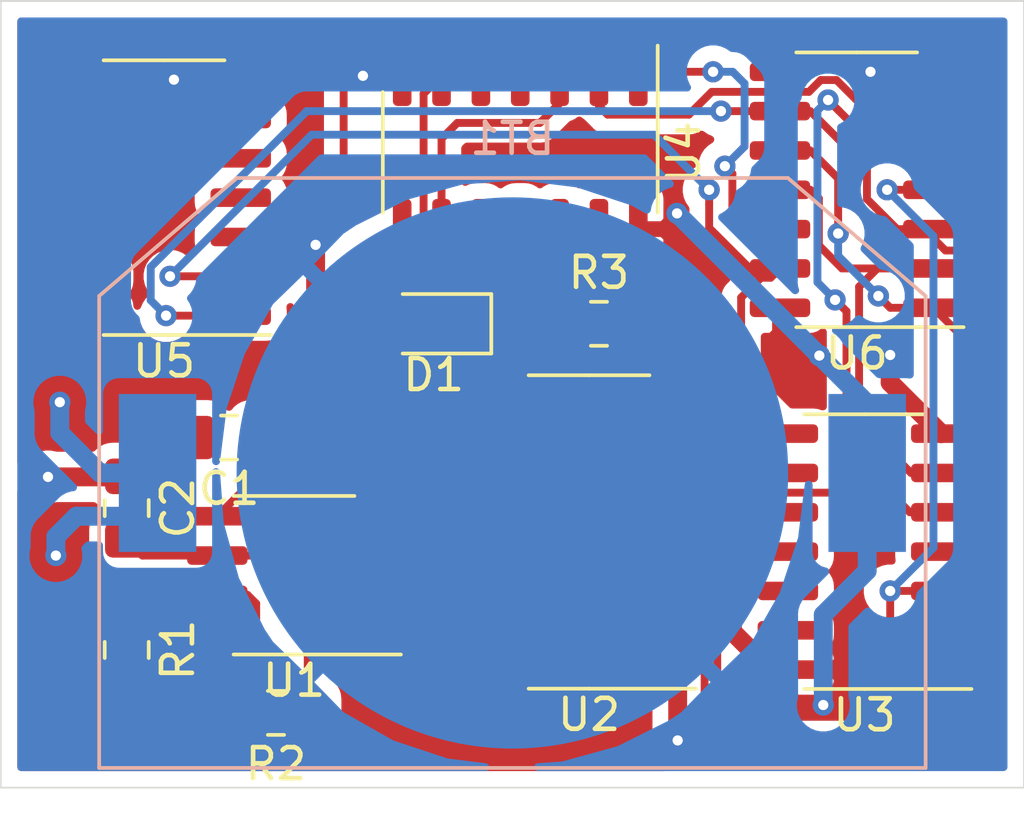
<source format=kicad_pcb>
(kicad_pcb (version 20171130) (host pcbnew 5.1.5)

  (general
    (thickness 1.6)
    (drawings 4)
    (tracks 248)
    (zones 0)
    (modules 13)
    (nets 23)
  )

  (page A4)
  (layers
    (0 F.Cu signal)
    (31 B.Cu signal)
    (32 B.Adhes user)
    (33 F.Adhes user)
    (34 B.Paste user)
    (35 F.Paste user)
    (36 B.SilkS user)
    (37 F.SilkS user)
    (38 B.Mask user)
    (39 F.Mask user)
    (40 Dwgs.User user)
    (41 Cmts.User user)
    (42 Eco1.User user)
    (43 Eco2.User user)
    (44 Edge.Cuts user)
    (45 Margin user)
    (46 B.CrtYd user)
    (47 F.CrtYd user)
    (48 B.Fab user)
    (49 F.Fab user)
  )

  (setup
    (last_trace_width 0.254)
    (user_trace_width 0.6096)
    (trace_clearance 0.1524)
    (zone_clearance 0.508)
    (zone_45_only no)
    (trace_min 0.254)
    (via_size 0.6858)
    (via_drill 0.3302)
    (via_min_size 0.6858)
    (via_min_drill 0.3302)
    (uvia_size 0.3)
    (uvia_drill 0.1)
    (uvias_allowed no)
    (uvia_min_size 0.2)
    (uvia_min_drill 0.1)
    (edge_width 0.05)
    (segment_width 0.2)
    (pcb_text_width 0.3)
    (pcb_text_size 1.5 1.5)
    (mod_edge_width 0.12)
    (mod_text_size 1 1)
    (mod_text_width 0.15)
    (pad_size 1.524 1.524)
    (pad_drill 0.762)
    (pad_to_mask_clearance 0.051)
    (solder_mask_min_width 0.25)
    (aux_axis_origin 0 0)
    (visible_elements FFFFFF7F)
    (pcbplotparams
      (layerselection 0x010fc_ffffffff)
      (usegerberextensions false)
      (usegerberattributes false)
      (usegerberadvancedattributes false)
      (creategerberjobfile false)
      (excludeedgelayer true)
      (linewidth 0.100000)
      (plotframeref false)
      (viasonmask false)
      (mode 1)
      (useauxorigin false)
      (hpglpennumber 1)
      (hpglpenspeed 20)
      (hpglpendiameter 15.000000)
      (psnegative false)
      (psa4output false)
      (plotreference true)
      (plotvalue true)
      (plotinvisibletext false)
      (padsonsilk false)
      (subtractmaskfromsilk false)
      (outputformat 1)
      (mirror false)
      (drillshape 1)
      (scaleselection 1)
      (outputdirectory ""))
  )

  (net 0 "")
  (net 1 GND)
  (net 2 VDD)
  (net 3 N$1)
  (net 4 N$2)
  (net 5 N$20)
  (net 6 N$19)
  (net 7 N$3)
  (net 8 N$4)
  (net 9 N$7)
  (net 10 N$5)
  (net 11 N$9)
  (net 12 N$11)
  (net 13 N$6)
  (net 14 N$8)
  (net 15 N$10)
  (net 16 N$12)
  (net 17 N$18)
  (net 18 N$16)
  (net 19 N$13)
  (net 20 N$17)
  (net 21 N$15)
  (net 22 N$14)

  (net_class Default "This is the default net class."
    (clearance 0.1524)
    (trace_width 0.254)
    (via_dia 0.6858)
    (via_drill 0.3302)
    (uvia_dia 0.3)
    (uvia_drill 0.1)
    (diff_pair_width 0.254)
    (diff_pair_gap 0.254)
    (add_net GND)
    (add_net N$1)
    (add_net N$10)
    (add_net N$11)
    (add_net N$12)
    (add_net N$13)
    (add_net N$14)
    (add_net N$15)
    (add_net N$16)
    (add_net N$17)
    (add_net N$18)
    (add_net N$19)
    (add_net N$2)
    (add_net N$20)
    (add_net N$3)
    (add_net N$4)
    (add_net N$5)
    (add_net N$6)
    (add_net N$7)
    (add_net N$8)
    (add_net N$9)
    (add_net VDD)
  )

  (module Package_SO:SOIC-14_3.9x8.7mm_P1.27mm (layer F.Cu) (tedit 5D9F72B1) (tstamp 5E53F596)
    (at 144.461 114.046 180)
    (descr "SOIC, 14 Pin (JEDEC MS-012AB, https://www.analog.com/media/en/package-pcb-resources/package/pkg_pdf/soic_narrow-r/r_14.pdf), generated with kicad-footprint-generator ipc_gullwing_generator.py")
    (tags "SOIC SO")
    (path /top/14556736609446834847)
    (attr smd)
    (fp_text reference U6 (at 0 -5.28) (layer F.SilkS)
      (effects (font (size 1 1) (thickness 0.15)))
    )
    (fp_text value 74HC11 (at 0 5.28) (layer F.Fab)
      (effects (font (size 1 1) (thickness 0.15)))
    )
    (fp_text user %R (at 0 0) (layer F.Fab)
      (effects (font (size 0.98 0.98) (thickness 0.15)))
    )
    (fp_line (start 3.7 -4.58) (end -3.7 -4.58) (layer F.CrtYd) (width 0.05))
    (fp_line (start 3.7 4.58) (end 3.7 -4.58) (layer F.CrtYd) (width 0.05))
    (fp_line (start -3.7 4.58) (end 3.7 4.58) (layer F.CrtYd) (width 0.05))
    (fp_line (start -3.7 -4.58) (end -3.7 4.58) (layer F.CrtYd) (width 0.05))
    (fp_line (start -1.95 -3.35) (end -0.975 -4.325) (layer F.Fab) (width 0.1))
    (fp_line (start -1.95 4.325) (end -1.95 -3.35) (layer F.Fab) (width 0.1))
    (fp_line (start 1.95 4.325) (end -1.95 4.325) (layer F.Fab) (width 0.1))
    (fp_line (start 1.95 -4.325) (end 1.95 4.325) (layer F.Fab) (width 0.1))
    (fp_line (start -0.975 -4.325) (end 1.95 -4.325) (layer F.Fab) (width 0.1))
    (fp_line (start 0 -4.435) (end -3.45 -4.435) (layer F.SilkS) (width 0.12))
    (fp_line (start 0 -4.435) (end 1.95 -4.435) (layer F.SilkS) (width 0.12))
    (fp_line (start 0 4.435) (end -1.95 4.435) (layer F.SilkS) (width 0.12))
    (fp_line (start 0 4.435) (end 1.95 4.435) (layer F.SilkS) (width 0.12))
    (pad 14 smd roundrect (at 2.475 -3.81 180) (size 1.95 0.6) (layers F.Cu F.Paste F.Mask) (roundrect_rratio 0.25)
      (net 2 VDD))
    (pad 13 smd roundrect (at 2.475 -2.54 180) (size 1.95 0.6) (layers F.Cu F.Paste F.Mask) (roundrect_rratio 0.25)
      (net 16 N$12))
    (pad 12 smd roundrect (at 2.475 -1.27 180) (size 1.95 0.6) (layers F.Cu F.Paste F.Mask) (roundrect_rratio 0.25)
      (net 22 N$14))
    (pad 11 smd roundrect (at 2.475 0 180) (size 1.95 0.6) (layers F.Cu F.Paste F.Mask) (roundrect_rratio 0.25)
      (net 15 N$10))
    (pad 10 smd roundrect (at 2.475 1.27 180) (size 1.95 0.6) (layers F.Cu F.Paste F.Mask) (roundrect_rratio 0.25)
      (net 14 N$8))
    (pad 9 smd roundrect (at 2.475 2.54 180) (size 1.95 0.6) (layers F.Cu F.Paste F.Mask) (roundrect_rratio 0.25)
      (net 13 N$6))
    (pad 8 smd roundrect (at 2.475 3.81 180) (size 1.95 0.6) (layers F.Cu F.Paste F.Mask) (roundrect_rratio 0.25)
      (net 20 N$17))
    (pad 7 smd roundrect (at -2.475 3.81 180) (size 1.95 0.6) (layers F.Cu F.Paste F.Mask) (roundrect_rratio 0.25)
      (net 1 GND))
    (pad 6 smd roundrect (at -2.475 2.54 180) (size 1.95 0.6) (layers F.Cu F.Paste F.Mask) (roundrect_rratio 0.25)
      (net 21 N$15))
    (pad 5 smd roundrect (at -2.475 1.27 180) (size 1.95 0.6) (layers F.Cu F.Paste F.Mask) (roundrect_rratio 0.25)
      (net 11 N$9))
    (pad 4 smd roundrect (at -2.475 0 180) (size 1.95 0.6) (layers F.Cu F.Paste F.Mask) (roundrect_rratio 0.25)
      (net 9 N$7))
    (pad 3 smd roundrect (at -2.475 -1.27 180) (size 1.95 0.6) (layers F.Cu F.Paste F.Mask) (roundrect_rratio 0.25)
      (net 13 N$6))
    (pad 2 smd roundrect (at -2.475 -2.54 180) (size 1.95 0.6) (layers F.Cu F.Paste F.Mask) (roundrect_rratio 0.25)
      (net 15 N$10))
    (pad 1 smd roundrect (at -2.475 -3.81 180) (size 1.95 0.6) (layers F.Cu F.Paste F.Mask) (roundrect_rratio 0.25)
      (net 14 N$8))
    (model ${KISYS3DMOD}/Package_SO.3dshapes/SOIC-14_3.9x8.7mm_P1.27mm.wrl
      (at (xyz 0 0 0))
      (scale (xyz 1 1 1))
      (rotate (xyz 0 0 0))
    )
  )

  (module morse-blinky:BatteryHolder_LINK_BAT-HLD-001-SMT (layer B.Cu) (tedit 5E3E6D58) (tstamp 5E53F472)
    (at 133.35 123.19 180)
    (path /top/16502152874015317290)
    (fp_text reference BT1 (at 0 10.795) (layer B.SilkS)
      (effects (font (size 1 1) (thickness 0.15)) (justify mirror))
    )
    (fp_text value 9V (at 0 -10.795) (layer B.Fab)
      (effects (font (size 1 1) (thickness 0.15)) (justify mirror))
    )
    (fp_line (start 13.335 -9.525) (end 13.335 5.715) (layer B.SilkS) (width 0.12))
    (fp_line (start 13.335 5.715) (end 8.89 9.525) (layer B.SilkS) (width 0.12))
    (fp_line (start 8.89 9.525) (end -8.89 9.525) (layer B.SilkS) (width 0.12))
    (fp_line (start -8.89 9.525) (end -13.335 5.715) (layer B.SilkS) (width 0.12))
    (fp_line (start -13.335 5.715) (end -13.335 -9.525) (layer B.SilkS) (width 0.12))
    (fp_line (start -13.335 -9.525) (end 13.335 -9.525) (layer B.SilkS) (width 0.12))
    (pad 2 smd circle (at 0 0 180) (size 17.8 17.8) (layers B.Cu B.Paste B.Mask)
      (net 1 GND))
    (pad 1 smd rect (at -11.45 0 180) (size 2.5 5.1) (layers B.Cu B.Paste B.Mask)
      (net 2 VDD))
    (pad 1 smd rect (at 11.45 0 180) (size 2.5 5.1) (layers B.Cu B.Paste B.Mask)
      (net 2 VDD))
  )

  (module Capacitor_SMD:C_0805_2012Metric_Pad1.15x1.40mm_HandSolder (layer F.Cu) (tedit 5B36C52B) (tstamp 5E53F483)
    (at 124.206 122.047 180)
    (descr "Capacitor SMD 0805 (2012 Metric), square (rectangular) end terminal, IPC_7351 nominal with elongated pad for handsoldering. (Body size source: https://docs.google.com/spreadsheets/d/1BsfQQcO9C6DZCsRaXUlFlo91Tg2WpOkGARC1WS5S8t0/edit?usp=sharing), generated with kicad-footprint-generator")
    (tags "capacitor handsolder")
    (path /top/15453138976732580795)
    (attr smd)
    (fp_text reference C1 (at 0 -1.65) (layer F.SilkS)
      (effects (font (size 1 1) (thickness 0.15)))
    )
    (fp_text value 100n (at 0 1.65) (layer F.Fab)
      (effects (font (size 1 1) (thickness 0.15)))
    )
    (fp_line (start -1 0.6) (end -1 -0.6) (layer F.Fab) (width 0.1))
    (fp_line (start -1 -0.6) (end 1 -0.6) (layer F.Fab) (width 0.1))
    (fp_line (start 1 -0.6) (end 1 0.6) (layer F.Fab) (width 0.1))
    (fp_line (start 1 0.6) (end -1 0.6) (layer F.Fab) (width 0.1))
    (fp_line (start -0.261252 -0.71) (end 0.261252 -0.71) (layer F.SilkS) (width 0.12))
    (fp_line (start -0.261252 0.71) (end 0.261252 0.71) (layer F.SilkS) (width 0.12))
    (fp_line (start -1.85 0.95) (end -1.85 -0.95) (layer F.CrtYd) (width 0.05))
    (fp_line (start -1.85 -0.95) (end 1.85 -0.95) (layer F.CrtYd) (width 0.05))
    (fp_line (start 1.85 -0.95) (end 1.85 0.95) (layer F.CrtYd) (width 0.05))
    (fp_line (start 1.85 0.95) (end -1.85 0.95) (layer F.CrtYd) (width 0.05))
    (fp_text user %R (at 0 0) (layer F.Fab)
      (effects (font (size 0.5 0.5) (thickness 0.08)))
    )
    (pad 1 smd roundrect (at -1.025 0 180) (size 1.15 1.4) (layers F.Cu F.Paste F.Mask) (roundrect_rratio 0.217391)
      (net 3 N$1))
    (pad 2 smd roundrect (at 1.025 0 180) (size 1.15 1.4) (layers F.Cu F.Paste F.Mask) (roundrect_rratio 0.217391)
      (net 1 GND))
    (model ${KISYS3DMOD}/Capacitor_SMD.3dshapes/C_0805_2012Metric.wrl
      (at (xyz 0 0 0))
      (scale (xyz 1 1 1))
      (rotate (xyz 0 0 0))
    )
  )

  (module Capacitor_SMD:C_0805_2012Metric_Pad1.15x1.40mm_HandSolder (layer F.Cu) (tedit 5B36C52B) (tstamp 5E53F494)
    (at 120.904 124.324 270)
    (descr "Capacitor SMD 0805 (2012 Metric), square (rectangular) end terminal, IPC_7351 nominal with elongated pad for handsoldering. (Body size source: https://docs.google.com/spreadsheets/d/1BsfQQcO9C6DZCsRaXUlFlo91Tg2WpOkGARC1WS5S8t0/edit?usp=sharing), generated with kicad-footprint-generator")
    (tags "capacitor handsolder")
    (path /top/11849016336199480541)
    (attr smd)
    (fp_text reference C2 (at 0 -1.65 90) (layer F.SilkS)
      (effects (font (size 1 1) (thickness 0.15)))
    )
    (fp_text value 1U (at 0 1.65 90) (layer F.Fab)
      (effects (font (size 1 1) (thickness 0.15)))
    )
    (fp_text user %R (at 0 0 90) (layer F.Fab)
      (effects (font (size 0.5 0.5) (thickness 0.08)))
    )
    (fp_line (start 1.85 0.95) (end -1.85 0.95) (layer F.CrtYd) (width 0.05))
    (fp_line (start 1.85 -0.95) (end 1.85 0.95) (layer F.CrtYd) (width 0.05))
    (fp_line (start -1.85 -0.95) (end 1.85 -0.95) (layer F.CrtYd) (width 0.05))
    (fp_line (start -1.85 0.95) (end -1.85 -0.95) (layer F.CrtYd) (width 0.05))
    (fp_line (start -0.261252 0.71) (end 0.261252 0.71) (layer F.SilkS) (width 0.12))
    (fp_line (start -0.261252 -0.71) (end 0.261252 -0.71) (layer F.SilkS) (width 0.12))
    (fp_line (start 1 0.6) (end -1 0.6) (layer F.Fab) (width 0.1))
    (fp_line (start 1 -0.6) (end 1 0.6) (layer F.Fab) (width 0.1))
    (fp_line (start -1 -0.6) (end 1 -0.6) (layer F.Fab) (width 0.1))
    (fp_line (start -1 0.6) (end -1 -0.6) (layer F.Fab) (width 0.1))
    (pad 2 smd roundrect (at 1.025 0 270) (size 1.15 1.4) (layers F.Cu F.Paste F.Mask) (roundrect_rratio 0.217391)
      (net 4 N$2))
    (pad 1 smd roundrect (at -1.025 0 270) (size 1.15 1.4) (layers F.Cu F.Paste F.Mask) (roundrect_rratio 0.217391)
      (net 1 GND))
    (model ${KISYS3DMOD}/Capacitor_SMD.3dshapes/C_0805_2012Metric.wrl
      (at (xyz 0 0 0))
      (scale (xyz 1 1 1))
      (rotate (xyz 0 0 0))
    )
  )

  (module LED_SMD:LED_0805_2012Metric_Pad1.15x1.40mm_HandSolder (layer F.Cu) (tedit 5B4B45C9) (tstamp 5E53F4A7)
    (at 130.81 118.373 180)
    (descr "LED SMD 0805 (2012 Metric), square (rectangular) end terminal, IPC_7351 nominal, (Body size source: https://docs.google.com/spreadsheets/d/1BsfQQcO9C6DZCsRaXUlFlo91Tg2WpOkGARC1WS5S8t0/edit?usp=sharing), generated with kicad-footprint-generator")
    (tags "LED handsolder")
    (path /top/15879393689848254843)
    (attr smd)
    (fp_text reference D1 (at 0 -1.65) (layer F.SilkS)
      (effects (font (size 1 1) (thickness 0.15)))
    )
    (fp_text value LED (at 0 1.65) (layer F.Fab)
      (effects (font (size 1 1) (thickness 0.15)))
    )
    (fp_line (start 1 -0.6) (end -0.7 -0.6) (layer F.Fab) (width 0.1))
    (fp_line (start -0.7 -0.6) (end -1 -0.3) (layer F.Fab) (width 0.1))
    (fp_line (start -1 -0.3) (end -1 0.6) (layer F.Fab) (width 0.1))
    (fp_line (start -1 0.6) (end 1 0.6) (layer F.Fab) (width 0.1))
    (fp_line (start 1 0.6) (end 1 -0.6) (layer F.Fab) (width 0.1))
    (fp_line (start 1 -0.96) (end -1.86 -0.96) (layer F.SilkS) (width 0.12))
    (fp_line (start -1.86 -0.96) (end -1.86 0.96) (layer F.SilkS) (width 0.12))
    (fp_line (start -1.86 0.96) (end 1 0.96) (layer F.SilkS) (width 0.12))
    (fp_line (start -1.85 0.95) (end -1.85 -0.95) (layer F.CrtYd) (width 0.05))
    (fp_line (start -1.85 -0.95) (end 1.85 -0.95) (layer F.CrtYd) (width 0.05))
    (fp_line (start 1.85 -0.95) (end 1.85 0.95) (layer F.CrtYd) (width 0.05))
    (fp_line (start 1.85 0.95) (end -1.85 0.95) (layer F.CrtYd) (width 0.05))
    (fp_text user %R (at 0 0) (layer F.Fab)
      (effects (font (size 0.5 0.5) (thickness 0.08)))
    )
    (pad 1 smd roundrect (at -1.025 0 180) (size 1.15 1.4) (layers F.Cu F.Paste F.Mask) (roundrect_rratio 0.217391)
      (net 5 N$20))
    (pad 2 smd roundrect (at 1.025 0 180) (size 1.15 1.4) (layers F.Cu F.Paste F.Mask) (roundrect_rratio 0.217391)
      (net 6 N$19))
    (model ${KISYS3DMOD}/LED_SMD.3dshapes/LED_0805_2012Metric.wrl
      (at (xyz 0 0 0))
      (scale (xyz 1 1 1))
      (rotate (xyz 0 0 0))
    )
  )

  (module Resistor_SMD:R_0805_2012Metric_Pad1.15x1.40mm_HandSolder (layer F.Cu) (tedit 5B36C52B) (tstamp 5E53F4B8)
    (at 120.904 128.905 270)
    (descr "Resistor SMD 0805 (2012 Metric), square (rectangular) end terminal, IPC_7351 nominal with elongated pad for handsoldering. (Body size source: https://docs.google.com/spreadsheets/d/1BsfQQcO9C6DZCsRaXUlFlo91Tg2WpOkGARC1WS5S8t0/edit?usp=sharing), generated with kicad-footprint-generator")
    (tags "resistor handsolder")
    (path /top/2054981585984014470)
    (attr smd)
    (fp_text reference R1 (at 0 -1.65 90) (layer F.SilkS)
      (effects (font (size 1 1) (thickness 0.15)))
    )
    (fp_text value 56K (at 0 1.65 90) (layer F.Fab)
      (effects (font (size 1 1) (thickness 0.15)))
    )
    (fp_line (start -1 0.6) (end -1 -0.6) (layer F.Fab) (width 0.1))
    (fp_line (start -1 -0.6) (end 1 -0.6) (layer F.Fab) (width 0.1))
    (fp_line (start 1 -0.6) (end 1 0.6) (layer F.Fab) (width 0.1))
    (fp_line (start 1 0.6) (end -1 0.6) (layer F.Fab) (width 0.1))
    (fp_line (start -0.261252 -0.71) (end 0.261252 -0.71) (layer F.SilkS) (width 0.12))
    (fp_line (start -0.261252 0.71) (end 0.261252 0.71) (layer F.SilkS) (width 0.12))
    (fp_line (start -1.85 0.95) (end -1.85 -0.95) (layer F.CrtYd) (width 0.05))
    (fp_line (start -1.85 -0.95) (end 1.85 -0.95) (layer F.CrtYd) (width 0.05))
    (fp_line (start 1.85 -0.95) (end 1.85 0.95) (layer F.CrtYd) (width 0.05))
    (fp_line (start 1.85 0.95) (end -1.85 0.95) (layer F.CrtYd) (width 0.05))
    (fp_text user %R (at 0 0 90) (layer F.Fab)
      (effects (font (size 0.5 0.5) (thickness 0.08)))
    )
    (pad 1 smd roundrect (at -1.025 0 270) (size 1.15 1.4) (layers F.Cu F.Paste F.Mask) (roundrect_rratio 0.217391)
      (net 7 N$3))
    (pad 2 smd roundrect (at 1.025 0 270) (size 1.15 1.4) (layers F.Cu F.Paste F.Mask) (roundrect_rratio 0.217391)
      (net 2 VDD))
    (model ${KISYS3DMOD}/Resistor_SMD.3dshapes/R_0805_2012Metric.wrl
      (at (xyz 0 0 0))
      (scale (xyz 1 1 1))
      (rotate (xyz 0 0 0))
    )
  )

  (module Resistor_SMD:R_0805_2012Metric_Pad1.15x1.40mm_HandSolder (layer F.Cu) (tedit 5B36C52B) (tstamp 5E53F4C9)
    (at 125.721 130.937 180)
    (descr "Resistor SMD 0805 (2012 Metric), square (rectangular) end terminal, IPC_7351 nominal with elongated pad for handsoldering. (Body size source: https://docs.google.com/spreadsheets/d/1BsfQQcO9C6DZCsRaXUlFlo91Tg2WpOkGARC1WS5S8t0/edit?usp=sharing), generated with kicad-footprint-generator")
    (tags "resistor handsolder")
    (path /top/902558781095013688)
    (attr smd)
    (fp_text reference R2 (at 0 -1.65) (layer F.SilkS)
      (effects (font (size 1 1) (thickness 0.15)))
    )
    (fp_text value 56K (at 0 1.65) (layer F.Fab)
      (effects (font (size 1 1) (thickness 0.15)))
    )
    (fp_text user %R (at 0 0) (layer F.Fab)
      (effects (font (size 0.5 0.5) (thickness 0.08)))
    )
    (fp_line (start 1.85 0.95) (end -1.85 0.95) (layer F.CrtYd) (width 0.05))
    (fp_line (start 1.85 -0.95) (end 1.85 0.95) (layer F.CrtYd) (width 0.05))
    (fp_line (start -1.85 -0.95) (end 1.85 -0.95) (layer F.CrtYd) (width 0.05))
    (fp_line (start -1.85 0.95) (end -1.85 -0.95) (layer F.CrtYd) (width 0.05))
    (fp_line (start -0.261252 0.71) (end 0.261252 0.71) (layer F.SilkS) (width 0.12))
    (fp_line (start -0.261252 -0.71) (end 0.261252 -0.71) (layer F.SilkS) (width 0.12))
    (fp_line (start 1 0.6) (end -1 0.6) (layer F.Fab) (width 0.1))
    (fp_line (start 1 -0.6) (end 1 0.6) (layer F.Fab) (width 0.1))
    (fp_line (start -1 -0.6) (end 1 -0.6) (layer F.Fab) (width 0.1))
    (fp_line (start -1 0.6) (end -1 -0.6) (layer F.Fab) (width 0.1))
    (pad 2 smd roundrect (at 1.025 0 180) (size 1.15 1.4) (layers F.Cu F.Paste F.Mask) (roundrect_rratio 0.217391)
      (net 7 N$3))
    (pad 1 smd roundrect (at -1.025 0 180) (size 1.15 1.4) (layers F.Cu F.Paste F.Mask) (roundrect_rratio 0.217391)
      (net 4 N$2))
    (model ${KISYS3DMOD}/Resistor_SMD.3dshapes/R_0805_2012Metric.wrl
      (at (xyz 0 0 0))
      (scale (xyz 1 1 1))
      (rotate (xyz 0 0 0))
    )
  )

  (module Resistor_SMD:R_0805_2012Metric_Pad1.15x1.40mm_HandSolder (layer F.Cu) (tedit 5B36C52B) (tstamp 5E53F4DA)
    (at 136.144 118.373)
    (descr "Resistor SMD 0805 (2012 Metric), square (rectangular) end terminal, IPC_7351 nominal with elongated pad for handsoldering. (Body size source: https://docs.google.com/spreadsheets/d/1BsfQQcO9C6DZCsRaXUlFlo91Tg2WpOkGARC1WS5S8t0/edit?usp=sharing), generated with kicad-footprint-generator")
    (tags "resistor handsolder")
    (path /top/8503578805291001497)
    (attr smd)
    (fp_text reference R3 (at 0 -1.65) (layer F.SilkS)
      (effects (font (size 1 1) (thickness 0.15)))
    )
    (fp_text value 56 (at 0 1.65) (layer F.Fab)
      (effects (font (size 1 1) (thickness 0.15)))
    )
    (fp_line (start -1 0.6) (end -1 -0.6) (layer F.Fab) (width 0.1))
    (fp_line (start -1 -0.6) (end 1 -0.6) (layer F.Fab) (width 0.1))
    (fp_line (start 1 -0.6) (end 1 0.6) (layer F.Fab) (width 0.1))
    (fp_line (start 1 0.6) (end -1 0.6) (layer F.Fab) (width 0.1))
    (fp_line (start -0.261252 -0.71) (end 0.261252 -0.71) (layer F.SilkS) (width 0.12))
    (fp_line (start -0.261252 0.71) (end 0.261252 0.71) (layer F.SilkS) (width 0.12))
    (fp_line (start -1.85 0.95) (end -1.85 -0.95) (layer F.CrtYd) (width 0.05))
    (fp_line (start -1.85 -0.95) (end 1.85 -0.95) (layer F.CrtYd) (width 0.05))
    (fp_line (start 1.85 -0.95) (end 1.85 0.95) (layer F.CrtYd) (width 0.05))
    (fp_line (start 1.85 0.95) (end -1.85 0.95) (layer F.CrtYd) (width 0.05))
    (fp_text user %R (at 0 0) (layer F.Fab)
      (effects (font (size 0.5 0.5) (thickness 0.08)))
    )
    (pad 1 smd roundrect (at -1.025 0) (size 1.15 1.4) (layers F.Cu F.Paste F.Mask) (roundrect_rratio 0.217391)
      (net 5 N$20))
    (pad 2 smd roundrect (at 1.025 0) (size 1.15 1.4) (layers F.Cu F.Paste F.Mask) (roundrect_rratio 0.217391)
      (net 1 GND))
    (model ${KISYS3DMOD}/Resistor_SMD.3dshapes/R_0805_2012Metric.wrl
      (at (xyz 0 0 0))
      (scale (xyz 1 1 1))
      (rotate (xyz 0 0 0))
    )
  )

  (module Package_SO:SOIC-8_3.9x4.9mm_P1.27mm (layer F.Cu) (tedit 5D9F72B1) (tstamp 5E53F4F4)
    (at 126.303 126.492 180)
    (descr "SOIC, 8 Pin (JEDEC MS-012AA, https://www.analog.com/media/en/package-pcb-resources/package/pkg_pdf/soic_narrow-r/r_8.pdf), generated with kicad-footprint-generator ipc_gullwing_generator.py")
    (tags "SOIC SO")
    (path /top/17201187669046286835)
    (attr smd)
    (fp_text reference U1 (at 0 -3.4) (layer F.SilkS)
      (effects (font (size 1 1) (thickness 0.15)))
    )
    (fp_text value 7555 (at 0 3.4) (layer F.Fab)
      (effects (font (size 1 1) (thickness 0.15)))
    )
    (fp_line (start 0 2.56) (end 1.95 2.56) (layer F.SilkS) (width 0.12))
    (fp_line (start 0 2.56) (end -1.95 2.56) (layer F.SilkS) (width 0.12))
    (fp_line (start 0 -2.56) (end 1.95 -2.56) (layer F.SilkS) (width 0.12))
    (fp_line (start 0 -2.56) (end -3.45 -2.56) (layer F.SilkS) (width 0.12))
    (fp_line (start -0.975 -2.45) (end 1.95 -2.45) (layer F.Fab) (width 0.1))
    (fp_line (start 1.95 -2.45) (end 1.95 2.45) (layer F.Fab) (width 0.1))
    (fp_line (start 1.95 2.45) (end -1.95 2.45) (layer F.Fab) (width 0.1))
    (fp_line (start -1.95 2.45) (end -1.95 -1.475) (layer F.Fab) (width 0.1))
    (fp_line (start -1.95 -1.475) (end -0.975 -2.45) (layer F.Fab) (width 0.1))
    (fp_line (start -3.7 -2.7) (end -3.7 2.7) (layer F.CrtYd) (width 0.05))
    (fp_line (start -3.7 2.7) (end 3.7 2.7) (layer F.CrtYd) (width 0.05))
    (fp_line (start 3.7 2.7) (end 3.7 -2.7) (layer F.CrtYd) (width 0.05))
    (fp_line (start 3.7 -2.7) (end -3.7 -2.7) (layer F.CrtYd) (width 0.05))
    (fp_text user %R (at 0 0) (layer F.Fab)
      (effects (font (size 0.98 0.98) (thickness 0.15)))
    )
    (pad 1 smd roundrect (at -2.475 -1.905 180) (size 1.95 0.6) (layers F.Cu F.Paste F.Mask) (roundrect_rratio 0.25)
      (net 1 GND))
    (pad 2 smd roundrect (at -2.475 -0.635 180) (size 1.95 0.6) (layers F.Cu F.Paste F.Mask) (roundrect_rratio 0.25)
      (net 4 N$2))
    (pad 3 smd roundrect (at -2.475 0.635 180) (size 1.95 0.6) (layers F.Cu F.Paste F.Mask) (roundrect_rratio 0.25)
      (net 8 N$4))
    (pad 4 smd roundrect (at -2.475 1.905 180) (size 1.95 0.6) (layers F.Cu F.Paste F.Mask) (roundrect_rratio 0.25)
      (net 2 VDD))
    (pad 5 smd roundrect (at 2.475 1.905 180) (size 1.95 0.6) (layers F.Cu F.Paste F.Mask) (roundrect_rratio 0.25)
      (net 3 N$1))
    (pad 6 smd roundrect (at 2.475 0.635 180) (size 1.95 0.6) (layers F.Cu F.Paste F.Mask) (roundrect_rratio 0.25)
      (net 4 N$2))
    (pad 7 smd roundrect (at 2.475 -0.635 180) (size 1.95 0.6) (layers F.Cu F.Paste F.Mask) (roundrect_rratio 0.25)
      (net 7 N$3))
    (pad 8 smd roundrect (at 2.475 -1.905 180) (size 1.95 0.6) (layers F.Cu F.Paste F.Mask) (roundrect_rratio 0.25)
      (net 2 VDD))
    (model ${KISYS3DMOD}/Package_SO.3dshapes/SOIC-8_3.9x4.9mm_P1.27mm.wrl
      (at (xyz 0 0 0))
      (scale (xyz 1 1 1))
      (rotate (xyz 0 0 0))
    )
  )

  (module Package_SO:SOIC-16_3.9x9.9mm_P1.27mm (layer F.Cu) (tedit 5D9F72B1) (tstamp 5E53F516)
    (at 135.825 125.095 180)
    (descr "SOIC, 16 Pin (JEDEC MS-012AC, https://www.analog.com/media/en/package-pcb-resources/package/pkg_pdf/soic_narrow-r/r_16.pdf), generated with kicad-footprint-generator ipc_gullwing_generator.py")
    (tags "SOIC SO")
    (path /top/3262078880210014010)
    (attr smd)
    (fp_text reference U2 (at 0 -5.9) (layer F.SilkS)
      (effects (font (size 1 1) (thickness 0.15)))
    )
    (fp_text value 74HC193 (at 0 5.9) (layer F.Fab)
      (effects (font (size 1 1) (thickness 0.15)))
    )
    (fp_line (start 0 5.06) (end 1.95 5.06) (layer F.SilkS) (width 0.12))
    (fp_line (start 0 5.06) (end -1.95 5.06) (layer F.SilkS) (width 0.12))
    (fp_line (start 0 -5.06) (end 1.95 -5.06) (layer F.SilkS) (width 0.12))
    (fp_line (start 0 -5.06) (end -3.45 -5.06) (layer F.SilkS) (width 0.12))
    (fp_line (start -0.975 -4.95) (end 1.95 -4.95) (layer F.Fab) (width 0.1))
    (fp_line (start 1.95 -4.95) (end 1.95 4.95) (layer F.Fab) (width 0.1))
    (fp_line (start 1.95 4.95) (end -1.95 4.95) (layer F.Fab) (width 0.1))
    (fp_line (start -1.95 4.95) (end -1.95 -3.975) (layer F.Fab) (width 0.1))
    (fp_line (start -1.95 -3.975) (end -0.975 -4.95) (layer F.Fab) (width 0.1))
    (fp_line (start -3.7 -5.2) (end -3.7 5.2) (layer F.CrtYd) (width 0.05))
    (fp_line (start -3.7 5.2) (end 3.7 5.2) (layer F.CrtYd) (width 0.05))
    (fp_line (start 3.7 5.2) (end 3.7 -5.2) (layer F.CrtYd) (width 0.05))
    (fp_line (start 3.7 -5.2) (end -3.7 -5.2) (layer F.CrtYd) (width 0.05))
    (fp_text user %R (at 0 0) (layer F.Fab)
      (effects (font (size 0.98 0.98) (thickness 0.15)))
    )
    (pad 1 smd roundrect (at -2.475 -4.445 180) (size 1.95 0.6) (layers F.Cu F.Paste F.Mask) (roundrect_rratio 0.25)
      (net 1 GND))
    (pad 2 smd roundrect (at -2.475 -3.175 180) (size 1.95 0.6) (layers F.Cu F.Paste F.Mask) (roundrect_rratio 0.25)
      (net 9 N$7))
    (pad 3 smd roundrect (at -2.475 -1.905 180) (size 1.95 0.6) (layers F.Cu F.Paste F.Mask) (roundrect_rratio 0.25)
      (net 10 N$5))
    (pad 4 smd roundrect (at -2.475 -0.635 180) (size 1.95 0.6) (layers F.Cu F.Paste F.Mask) (roundrect_rratio 0.25)
      (net 2 VDD))
    (pad 5 smd roundrect (at -2.475 0.635 180) (size 1.95 0.6) (layers F.Cu F.Paste F.Mask) (roundrect_rratio 0.25)
      (net 8 N$4))
    (pad 6 smd roundrect (at -2.475 1.905 180) (size 1.95 0.6) (layers F.Cu F.Paste F.Mask) (roundrect_rratio 0.25)
      (net 11 N$9))
    (pad 7 smd roundrect (at -2.475 3.175 180) (size 1.95 0.6) (layers F.Cu F.Paste F.Mask) (roundrect_rratio 0.25)
      (net 12 N$11))
    (pad 8 smd roundrect (at -2.475 4.445 180) (size 1.95 0.6) (layers F.Cu F.Paste F.Mask) (roundrect_rratio 0.25)
      (net 1 GND))
    (pad 9 smd roundrect (at 2.475 4.445 180) (size 1.95 0.6) (layers F.Cu F.Paste F.Mask) (roundrect_rratio 0.25)
      (net 1 GND))
    (pad 10 smd roundrect (at 2.475 3.175 180) (size 1.95 0.6) (layers F.Cu F.Paste F.Mask) (roundrect_rratio 0.25)
      (net 1 GND))
    (pad 11 smd roundrect (at 2.475 1.905 180) (size 1.95 0.6) (layers F.Cu F.Paste F.Mask) (roundrect_rratio 0.25)
      (net 2 VDD))
    (pad 12 smd roundrect (at 2.475 0.635 180) (size 1.95 0.6) (layers F.Cu F.Paste F.Mask) (roundrect_rratio 0.25))
    (pad 13 smd roundrect (at 2.475 -0.635 180) (size 1.95 0.6) (layers F.Cu F.Paste F.Mask) (roundrect_rratio 0.25))
    (pad 14 smd roundrect (at 2.475 -1.905 180) (size 1.95 0.6) (layers F.Cu F.Paste F.Mask) (roundrect_rratio 0.25))
    (pad 15 smd roundrect (at 2.475 -3.175 180) (size 1.95 0.6) (layers F.Cu F.Paste F.Mask) (roundrect_rratio 0.25)
      (net 1 GND))
    (pad 16 smd roundrect (at 2.475 -4.445 180) (size 1.95 0.6) (layers F.Cu F.Paste F.Mask) (roundrect_rratio 0.25)
      (net 2 VDD))
    (model ${KISYS3DMOD}/Package_SO.3dshapes/SOIC-16_3.9x9.9mm_P1.27mm.wrl
      (at (xyz 0 0 0))
      (scale (xyz 1 1 1))
      (rotate (xyz 0 0 0))
    )
  )

  (module Package_SO:SOIC-14_3.9x8.7mm_P1.27mm (layer F.Cu) (tedit 5D9F72B1) (tstamp 5E53FFC0)
    (at 144.715 125.73 180)
    (descr "SOIC, 14 Pin (JEDEC MS-012AB, https://www.analog.com/media/en/package-pcb-resources/package/pkg_pdf/soic_narrow-r/r_14.pdf), generated with kicad-footprint-generator ipc_gullwing_generator.py")
    (tags "SOIC SO")
    (path /top/13128070174394839682)
    (attr smd)
    (fp_text reference U3 (at 0 -5.28) (layer F.SilkS)
      (effects (font (size 1 1) (thickness 0.15)))
    )
    (fp_text value 74HC04 (at 0 5.28) (layer F.Fab)
      (effects (font (size 1 1) (thickness 0.15)))
    )
    (fp_line (start 0 4.435) (end 1.95 4.435) (layer F.SilkS) (width 0.12))
    (fp_line (start 0 4.435) (end -1.95 4.435) (layer F.SilkS) (width 0.12))
    (fp_line (start 0 -4.435) (end 1.95 -4.435) (layer F.SilkS) (width 0.12))
    (fp_line (start 0 -4.435) (end -3.45 -4.435) (layer F.SilkS) (width 0.12))
    (fp_line (start -0.975 -4.325) (end 1.95 -4.325) (layer F.Fab) (width 0.1))
    (fp_line (start 1.95 -4.325) (end 1.95 4.325) (layer F.Fab) (width 0.1))
    (fp_line (start 1.95 4.325) (end -1.95 4.325) (layer F.Fab) (width 0.1))
    (fp_line (start -1.95 4.325) (end -1.95 -3.35) (layer F.Fab) (width 0.1))
    (fp_line (start -1.95 -3.35) (end -0.975 -4.325) (layer F.Fab) (width 0.1))
    (fp_line (start -3.7 -4.58) (end -3.7 4.58) (layer F.CrtYd) (width 0.05))
    (fp_line (start -3.7 4.58) (end 3.7 4.58) (layer F.CrtYd) (width 0.05))
    (fp_line (start 3.7 4.58) (end 3.7 -4.58) (layer F.CrtYd) (width 0.05))
    (fp_line (start 3.7 -4.58) (end -3.7 -4.58) (layer F.CrtYd) (width 0.05))
    (fp_text user %R (at 0 0) (layer F.Fab)
      (effects (font (size 0.98 0.98) (thickness 0.15)))
    )
    (pad 1 smd roundrect (at -2.475 -3.81 180) (size 1.95 0.6) (layers F.Cu F.Paste F.Mask) (roundrect_rratio 0.25)
      (net 10 N$5))
    (pad 2 smd roundrect (at -2.475 -2.54 180) (size 1.95 0.6) (layers F.Cu F.Paste F.Mask) (roundrect_rratio 0.25)
      (net 13 N$6))
    (pad 3 smd roundrect (at -2.475 -1.27 180) (size 1.95 0.6) (layers F.Cu F.Paste F.Mask) (roundrect_rratio 0.25)
      (net 9 N$7))
    (pad 4 smd roundrect (at -2.475 0 180) (size 1.95 0.6) (layers F.Cu F.Paste F.Mask) (roundrect_rratio 0.25)
      (net 14 N$8))
    (pad 5 smd roundrect (at -2.475 1.27 180) (size 1.95 0.6) (layers F.Cu F.Paste F.Mask) (roundrect_rratio 0.25)
      (net 11 N$9))
    (pad 6 smd roundrect (at -2.475 2.54 180) (size 1.95 0.6) (layers F.Cu F.Paste F.Mask) (roundrect_rratio 0.25)
      (net 15 N$10))
    (pad 7 smd roundrect (at -2.475 3.81 180) (size 1.95 0.6) (layers F.Cu F.Paste F.Mask) (roundrect_rratio 0.25)
      (net 1 GND))
    (pad 8 smd roundrect (at 2.475 3.81 180) (size 1.95 0.6) (layers F.Cu F.Paste F.Mask) (roundrect_rratio 0.25)
      (net 16 N$12))
    (pad 9 smd roundrect (at 2.475 2.54 180) (size 1.95 0.6) (layers F.Cu F.Paste F.Mask) (roundrect_rratio 0.25)
      (net 12 N$11))
    (pad 10 smd roundrect (at 2.475 1.27 180) (size 1.95 0.6) (layers F.Cu F.Paste F.Mask) (roundrect_rratio 0.25))
    (pad 11 smd roundrect (at 2.475 0 180) (size 1.95 0.6) (layers F.Cu F.Paste F.Mask) (roundrect_rratio 0.25))
    (pad 12 smd roundrect (at 2.475 -1.27 180) (size 1.95 0.6) (layers F.Cu F.Paste F.Mask) (roundrect_rratio 0.25))
    (pad 13 smd roundrect (at 2.475 -2.54 180) (size 1.95 0.6) (layers F.Cu F.Paste F.Mask) (roundrect_rratio 0.25))
    (pad 14 smd roundrect (at 2.475 -3.81 180) (size 1.95 0.6) (layers F.Cu F.Paste F.Mask) (roundrect_rratio 0.25)
      (net 2 VDD))
    (model ${KISYS3DMOD}/Package_SO.3dshapes/SOIC-14_3.9x8.7mm_P1.27mm.wrl
      (at (xyz 0 0 0))
      (scale (xyz 1 1 1))
      (rotate (xyz 0 0 0))
    )
  )

  (module Package_SO:SOIC-14_3.9x8.7mm_P1.27mm (layer F.Cu) (tedit 5D9F72B1) (tstamp 5E53F556)
    (at 133.604 112.841 270)
    (descr "SOIC, 14 Pin (JEDEC MS-012AB, https://www.analog.com/media/en/package-pcb-resources/package/pkg_pdf/soic_narrow-r/r_14.pdf), generated with kicad-footprint-generator ipc_gullwing_generator.py")
    (tags "SOIC SO")
    (path /top/5652657175057169378)
    (attr smd)
    (fp_text reference U4 (at 0 -5.28 90) (layer F.SilkS)
      (effects (font (size 1 1) (thickness 0.15)))
    )
    (fp_text value 74HC32 (at 0 5.28 90) (layer F.Fab)
      (effects (font (size 1 1) (thickness 0.15)))
    )
    (fp_text user %R (at 0 0 90) (layer F.Fab)
      (effects (font (size 0.98 0.98) (thickness 0.15)))
    )
    (fp_line (start 3.7 -4.58) (end -3.7 -4.58) (layer F.CrtYd) (width 0.05))
    (fp_line (start 3.7 4.58) (end 3.7 -4.58) (layer F.CrtYd) (width 0.05))
    (fp_line (start -3.7 4.58) (end 3.7 4.58) (layer F.CrtYd) (width 0.05))
    (fp_line (start -3.7 -4.58) (end -3.7 4.58) (layer F.CrtYd) (width 0.05))
    (fp_line (start -1.95 -3.35) (end -0.975 -4.325) (layer F.Fab) (width 0.1))
    (fp_line (start -1.95 4.325) (end -1.95 -3.35) (layer F.Fab) (width 0.1))
    (fp_line (start 1.95 4.325) (end -1.95 4.325) (layer F.Fab) (width 0.1))
    (fp_line (start 1.95 -4.325) (end 1.95 4.325) (layer F.Fab) (width 0.1))
    (fp_line (start -0.975 -4.325) (end 1.95 -4.325) (layer F.Fab) (width 0.1))
    (fp_line (start 0 -4.435) (end -3.45 -4.435) (layer F.SilkS) (width 0.12))
    (fp_line (start 0 -4.435) (end 1.95 -4.435) (layer F.SilkS) (width 0.12))
    (fp_line (start 0 4.435) (end -1.95 4.435) (layer F.SilkS) (width 0.12))
    (fp_line (start 0 4.435) (end 1.95 4.435) (layer F.SilkS) (width 0.12))
    (pad 14 smd roundrect (at 2.475 -3.81 270) (size 1.95 0.6) (layers F.Cu F.Paste F.Mask) (roundrect_rratio 0.25)
      (net 2 VDD))
    (pad 13 smd roundrect (at 2.475 -2.54 270) (size 1.95 0.6) (layers F.Cu F.Paste F.Mask) (roundrect_rratio 0.25))
    (pad 12 smd roundrect (at 2.475 -1.27 270) (size 1.95 0.6) (layers F.Cu F.Paste F.Mask) (roundrect_rratio 0.25))
    (pad 11 smd roundrect (at 2.475 0 270) (size 1.95 0.6) (layers F.Cu F.Paste F.Mask) (roundrect_rratio 0.25))
    (pad 10 smd roundrect (at 2.475 1.27 270) (size 1.95 0.6) (layers F.Cu F.Paste F.Mask) (roundrect_rratio 0.25)
      (net 17 N$18))
    (pad 9 smd roundrect (at 2.475 2.54 270) (size 1.95 0.6) (layers F.Cu F.Paste F.Mask) (roundrect_rratio 0.25)
      (net 18 N$16))
    (pad 8 smd roundrect (at 2.475 3.81 270) (size 1.95 0.6) (layers F.Cu F.Paste F.Mask) (roundrect_rratio 0.25)
      (net 6 N$19))
    (pad 7 smd roundrect (at -2.475 3.81 270) (size 1.95 0.6) (layers F.Cu F.Paste F.Mask) (roundrect_rratio 0.25)
      (net 1 GND))
    (pad 6 smd roundrect (at -2.475 2.54 270) (size 1.95 0.6) (layers F.Cu F.Paste F.Mask) (roundrect_rratio 0.25)
      (net 17 N$18))
    (pad 5 smd roundrect (at -2.475 1.27 270) (size 1.95 0.6) (layers F.Cu F.Paste F.Mask) (roundrect_rratio 0.25)
      (net 19 N$13))
    (pad 4 smd roundrect (at -2.475 0 270) (size 1.95 0.6) (layers F.Cu F.Paste F.Mask) (roundrect_rratio 0.25)
      (net 20 N$17))
    (pad 3 smd roundrect (at -2.475 -1.27 270) (size 1.95 0.6) (layers F.Cu F.Paste F.Mask) (roundrect_rratio 0.25)
      (net 18 N$16))
    (pad 2 smd roundrect (at -2.475 -2.54 270) (size 1.95 0.6) (layers F.Cu F.Paste F.Mask) (roundrect_rratio 0.25)
      (net 21 N$15))
    (pad 1 smd roundrect (at -2.475 -3.81 270) (size 1.95 0.6) (layers F.Cu F.Paste F.Mask) (roundrect_rratio 0.25)
      (net 22 N$14))
    (model ${KISYS3DMOD}/Package_SO.3dshapes/SOIC-14_3.9x8.7mm_P1.27mm.wrl
      (at (xyz 0 0 0))
      (scale (xyz 1 1 1))
      (rotate (xyz 0 0 0))
    )
  )

  (module Package_SO:SOIC-14_3.9x8.7mm_P1.27mm (layer F.Cu) (tedit 5D9F72B1) (tstamp 5E53F576)
    (at 122.109 114.3 180)
    (descr "SOIC, 14 Pin (JEDEC MS-012AB, https://www.analog.com/media/en/package-pcb-resources/package/pkg_pdf/soic_narrow-r/r_14.pdf), generated with kicad-footprint-generator ipc_gullwing_generator.py")
    (tags "SOIC SO")
    (path /top/9462115121044863402)
    (attr smd)
    (fp_text reference U5 (at 0 -5.28) (layer F.SilkS)
      (effects (font (size 1 1) (thickness 0.15)))
    )
    (fp_text value 74HC08 (at 0 5.28) (layer F.Fab)
      (effects (font (size 1 1) (thickness 0.15)))
    )
    (fp_line (start 0 4.435) (end 1.95 4.435) (layer F.SilkS) (width 0.12))
    (fp_line (start 0 4.435) (end -1.95 4.435) (layer F.SilkS) (width 0.12))
    (fp_line (start 0 -4.435) (end 1.95 -4.435) (layer F.SilkS) (width 0.12))
    (fp_line (start 0 -4.435) (end -3.45 -4.435) (layer F.SilkS) (width 0.12))
    (fp_line (start -0.975 -4.325) (end 1.95 -4.325) (layer F.Fab) (width 0.1))
    (fp_line (start 1.95 -4.325) (end 1.95 4.325) (layer F.Fab) (width 0.1))
    (fp_line (start 1.95 4.325) (end -1.95 4.325) (layer F.Fab) (width 0.1))
    (fp_line (start -1.95 4.325) (end -1.95 -3.35) (layer F.Fab) (width 0.1))
    (fp_line (start -1.95 -3.35) (end -0.975 -4.325) (layer F.Fab) (width 0.1))
    (fp_line (start -3.7 -4.58) (end -3.7 4.58) (layer F.CrtYd) (width 0.05))
    (fp_line (start -3.7 4.58) (end 3.7 4.58) (layer F.CrtYd) (width 0.05))
    (fp_line (start 3.7 4.58) (end 3.7 -4.58) (layer F.CrtYd) (width 0.05))
    (fp_line (start 3.7 -4.58) (end -3.7 -4.58) (layer F.CrtYd) (width 0.05))
    (fp_text user %R (at 0 0) (layer F.Fab)
      (effects (font (size 0.98 0.98) (thickness 0.15)))
    )
    (pad 1 smd roundrect (at -2.475 -3.81 180) (size 1.95 0.6) (layers F.Cu F.Paste F.Mask) (roundrect_rratio 0.25)
      (net 13 N$6))
    (pad 2 smd roundrect (at -2.475 -2.54 180) (size 1.95 0.6) (layers F.Cu F.Paste F.Mask) (roundrect_rratio 0.25)
      (net 16 N$12))
    (pad 3 smd roundrect (at -2.475 -1.27 180) (size 1.95 0.6) (layers F.Cu F.Paste F.Mask) (roundrect_rratio 0.25)
      (net 19 N$13))
    (pad 4 smd roundrect (at -2.475 0 180) (size 1.95 0.6) (layers F.Cu F.Paste F.Mask) (roundrect_rratio 0.25))
    (pad 5 smd roundrect (at -2.475 1.27 180) (size 1.95 0.6) (layers F.Cu F.Paste F.Mask) (roundrect_rratio 0.25))
    (pad 6 smd roundrect (at -2.475 2.54 180) (size 1.95 0.6) (layers F.Cu F.Paste F.Mask) (roundrect_rratio 0.25))
    (pad 7 smd roundrect (at -2.475 3.81 180) (size 1.95 0.6) (layers F.Cu F.Paste F.Mask) (roundrect_rratio 0.25)
      (net 1 GND))
    (pad 8 smd roundrect (at 2.475 3.81 180) (size 1.95 0.6) (layers F.Cu F.Paste F.Mask) (roundrect_rratio 0.25))
    (pad 9 smd roundrect (at 2.475 2.54 180) (size 1.95 0.6) (layers F.Cu F.Paste F.Mask) (roundrect_rratio 0.25))
    (pad 10 smd roundrect (at 2.475 1.27 180) (size 1.95 0.6) (layers F.Cu F.Paste F.Mask) (roundrect_rratio 0.25))
    (pad 11 smd roundrect (at 2.475 0 180) (size 1.95 0.6) (layers F.Cu F.Paste F.Mask) (roundrect_rratio 0.25))
    (pad 12 smd roundrect (at 2.475 -1.27 180) (size 1.95 0.6) (layers F.Cu F.Paste F.Mask) (roundrect_rratio 0.25))
    (pad 13 smd roundrect (at 2.475 -2.54 180) (size 1.95 0.6) (layers F.Cu F.Paste F.Mask) (roundrect_rratio 0.25))
    (pad 14 smd roundrect (at 2.475 -3.81 180) (size 1.95 0.6) (layers F.Cu F.Paste F.Mask) (roundrect_rratio 0.25)
      (net 2 VDD))
    (model ${KISYS3DMOD}/Package_SO.3dshapes/SOIC-14_3.9x8.7mm_P1.27mm.wrl
      (at (xyz 0 0 0))
      (scale (xyz 1 1 1))
      (rotate (xyz 0 0 0))
    )
  )

  (gr_line (start 116.84 133.35) (end 116.84 107.95) (layer Edge.Cuts) (width 0.05) (tstamp 5E54054D))
  (gr_line (start 149.86 133.35) (end 116.84 133.35) (layer Edge.Cuts) (width 0.05))
  (gr_line (start 149.86 107.95) (end 149.86 133.35) (layer Edge.Cuts) (width 0.05))
  (gr_line (start 116.84 107.95) (end 149.86 107.95) (layer Edge.Cuts) (width 0.05))

  (segment (start 120.204 123.299) (end 120.186 123.317) (width 0.6096) (layer F.Cu) (net 1))
  (segment (start 120.904 123.299) (end 120.204 123.299) (width 0.6096) (layer F.Cu) (net 1))
  (via (at 118.364 123.317) (size 0.6858) (drill 0.3302) (layers F.Cu B.Cu) (net 1))
  (segment (start 120.186 123.317) (end 118.364 123.317) (width 0.6096) (layer F.Cu) (net 1))
  (segment (start 122.156 122.047) (end 120.904 123.299) (width 0.6096) (layer F.Cu) (net 1))
  (segment (start 123.181 122.047) (end 122.156 122.047) (width 0.6096) (layer F.Cu) (net 1))
  (segment (start 138.3 119.504) (end 137.169 118.373) (width 0.6096) (layer F.Cu) (net 1))
  (segment (start 138.3 120.65) (end 138.3 119.504) (width 0.6096) (layer F.Cu) (net 1))
  (segment (start 133.35 120.65) (end 133.35 121.92) (width 0.6096) (layer F.Cu) (net 1))
  (segment (start 128.905 128.27) (end 133.35 128.27) (width 0.6096) (layer F.Cu) (net 1))
  (segment (start 128.778 128.397) (end 128.905 128.27) (width 0.6096) (layer F.Cu) (net 1))
  (segment (start 124.584 110.49) (end 122.428 110.49) (width 0.6096) (layer F.Cu) (net 1))
  (via (at 122.428 110.49) (size 0.6858) (drill 0.3302) (layers F.Cu B.Cu) (net 1))
  (segment (start 129.794 110.366) (end 128.527 110.366) (width 0.6096) (layer F.Cu) (net 1))
  (via (at 128.527 110.366) (size 0.6858) (drill 0.3302) (layers F.Cu B.Cu) (net 1))
  (segment (start 134.892 120.65) (end 137.169 118.373) (width 0.6096) (layer F.Cu) (net 1))
  (segment (start 133.35 120.65) (end 134.892 120.65) (width 0.6096) (layer F.Cu) (net 1))
  (segment (start 130.586852 120.95) (end 127 117.363148) (width 0.6096) (layer F.Cu) (net 1))
  (segment (start 133.35 120.65) (end 133.05 120.95) (width 0.6096) (layer F.Cu) (net 1))
  (segment (start 133.05 120.95) (end 130.586852 120.95) (width 0.6096) (layer F.Cu) (net 1))
  (via (at 127 115.824) (size 0.6858) (drill 0.3302) (layers F.Cu B.Cu) (net 1))
  (segment (start 127 117.363148) (end 127 115.824) (width 0.6096) (layer F.Cu) (net 1))
  (segment (start 146.936 110.236) (end 144.907 110.236) (width 0.6096) (layer F.Cu) (net 1))
  (via (at 144.907 110.236) (size 0.6858) (drill 0.3302) (layers F.Cu B.Cu) (net 1))
  (segment (start 147.19 121.92) (end 145.542 120.272) (width 0.6096) (layer F.Cu) (net 1))
  (via (at 145.542 119.38) (size 0.6858) (drill 0.3302) (layers F.Cu B.Cu) (net 1))
  (segment (start 145.542 120.272) (end 145.542 119.38) (width 0.6096) (layer F.Cu) (net 1))
  (segment (start 138.3 129.54) (end 138.684 129.924) (width 0.6096) (layer F.Cu) (net 1))
  (via (at 138.684 131.826) (size 0.6858) (drill 0.3302) (layers F.Cu B.Cu) (net 1))
  (segment (start 138.684 129.924) (end 138.684 131.826) (width 0.6096) (layer F.Cu) (net 1))
  (segment (start 136.3535 129.54) (end 138.3 129.54) (width 0.6096) (layer F.Cu) (net 1))
  (segment (start 133.35 128.27) (end 135.0835 128.27) (width 0.6096) (layer F.Cu) (net 1))
  (segment (start 135.0835 128.27) (end 136.3535 129.54) (width 0.6096) (layer F.Cu) (net 1))
  (segment (start 119.2784 124.587) (end 118.618 125.2474) (width 0.6096) (layer B.Cu) (net 2))
  (segment (start 121.138 124.587) (end 119.2784 124.587) (width 0.6096) (layer B.Cu) (net 2))
  (via (at 118.618 125.857) (size 0.6858) (drill 0.3302) (layers F.Cu B.Cu) (net 2))
  (segment (start 118.618 125.2474) (end 118.618 125.857) (width 0.6096) (layer B.Cu) (net 2))
  (via (at 143.256 119.4) (size 0.6858) (drill 0.3302) (layers F.Cu B.Cu) (net 2))
  (segment (start 144.8 120.944) (end 143.256 119.4) (width 0.6096) (layer B.Cu) (net 2))
  (segment (start 144.8 123.19) (end 144.8 120.944) (width 0.6096) (layer B.Cu) (net 2))
  (segment (start 120.0404 123.19) (end 118.745 121.8946) (width 0.6096) (layer B.Cu) (net 2))
  (segment (start 121.9 123.19) (end 120.0404 123.19) (width 0.6096) (layer B.Cu) (net 2))
  (via (at 118.745 120.904) (size 0.6858) (drill 0.3302) (layers F.Cu B.Cu) (net 2))
  (segment (start 118.745 121.8946) (end 118.745 120.904) (width 0.6096) (layer B.Cu) (net 2))
  (segment (start 143.256 119.4) (end 138.664 114.808) (width 0.6096) (layer B.Cu) (net 2))
  (via (at 138.664 114.808) (size 0.6858) (drill 0.3302) (layers F.Cu B.Cu) (net 2))
  (via (at 143.383 130.683) (size 0.6858) (drill 0.3302) (layers F.Cu B.Cu) (net 2))
  (segment (start 144.8 126.3496) (end 143.383 127.7666) (width 0.6096) (layer B.Cu) (net 2))
  (segment (start 144.8 123.19) (end 144.8 126.3496) (width 0.6096) (layer B.Cu) (net 2))
  (segment (start 143.383 130.198067) (end 143.383 130.683) (width 0.6096) (layer B.Cu) (net 2))
  (segment (start 143.383 127.7666) (end 143.383 130.198067) (width 0.6096) (layer B.Cu) (net 2))
  (segment (start 141.376274 129.24) (end 140.335 128.198726) (width 0.6096) (layer F.Cu) (net 2))
  (segment (start 142.24 129.54) (end 141.94 129.24) (width 0.6096) (layer F.Cu) (net 2))
  (segment (start 141.94 129.24) (end 141.376274 129.24) (width 0.6096) (layer F.Cu) (net 2))
  (segment (start 139.275 125.73) (end 138.3 125.73) (width 0.6096) (layer F.Cu) (net 2))
  (segment (start 140.335 126.79) (end 139.275 125.73) (width 0.6096) (layer F.Cu) (net 2))
  (segment (start 140.335 128.198726) (end 140.335 126.79) (width 0.6096) (layer F.Cu) (net 2))
  (segment (start 133.35 123.19) (end 130.175 123.19) (width 0.254) (layer F.Cu) (net 2))
  (segment (start 130.175 123.19) (end 127.127 120.142) (width 0.254) (layer F.Cu) (net 2))
  (segment (start 119.507 120.142) (end 118.745 120.904) (width 0.254) (layer F.Cu) (net 2))
  (segment (start 127.127 120.142) (end 119.507 120.142) (width 0.254) (layer F.Cu) (net 2))
  (segment (start 125.231 123.184) (end 123.828 124.587) (width 0.254) (layer F.Cu) (net 3))
  (segment (start 125.231 122.047) (end 125.231 123.184) (width 0.254) (layer F.Cu) (net 3))
  (segment (start 126.746 128.184) (end 127.803 127.127) (width 0.254) (layer F.Cu) (net 4))
  (segment (start 126.746 130.937) (end 126.746 128.184) (width 0.254) (layer F.Cu) (net 4))
  (segment (start 124.803 125.857) (end 123.828 125.857) (width 0.254) (layer F.Cu) (net 4))
  (segment (start 126.533 125.857) (end 124.803 125.857) (width 0.254) (layer F.Cu) (net 4))
  (segment (start 127.803 127.127) (end 126.533 125.857) (width 0.254) (layer F.Cu) (net 4))
  (segment (start 128.778 127.127) (end 127.803 127.127) (width 0.254) (layer F.Cu) (net 4))
  (segment (start 121.412 125.857) (end 120.904 125.349) (width 0.254) (layer F.Cu) (net 4))
  (segment (start 123.828 125.857) (end 121.412 125.857) (width 0.254) (layer F.Cu) (net 4))
  (segment (start 131.835 118.373) (end 135.119 118.373) (width 0.254) (layer F.Cu) (net 5))
  (segment (start 129.794 118.364) (end 129.785 118.373) (width 0.254) (layer F.Cu) (net 6))
  (segment (start 129.794 115.316) (end 129.794 118.364) (width 0.254) (layer F.Cu) (net 6))
  (segment (start 121.082 127.127) (end 120.904 127.305) (width 0.254) (layer F.Cu) (net 7))
  (segment (start 120.904 127.305) (end 120.904 127.88) (width 0.254) (layer F.Cu) (net 7))
  (segment (start 123.828 127.127) (end 121.082 127.127) (width 0.254) (layer F.Cu) (net 7))
  (segment (start 124.803 127.127) (end 123.828 127.127) (width 0.254) (layer F.Cu) (net 7))
  (segment (start 125.08241 129.85059) (end 125.08241 127.40641) (width 0.254) (layer F.Cu) (net 7))
  (segment (start 124.696 130.237) (end 125.08241 129.85059) (width 0.254) (layer F.Cu) (net 7))
  (segment (start 125.08241 127.40641) (end 124.803 127.127) (width 0.254) (layer F.Cu) (net 7))
  (segment (start 124.696 130.937) (end 124.696 130.237) (width 0.254) (layer F.Cu) (net 7))
  (segment (start 136.906 124.46) (end 138.3 124.46) (width 0.254) (layer F.Cu) (net 8))
  (segment (start 136.21541 125.15059) (end 136.906 124.46) (width 0.254) (layer F.Cu) (net 8))
  (segment (start 132.34713 125.15059) (end 136.21541 125.15059) (width 0.254) (layer F.Cu) (net 8))
  (segment (start 128.778 125.857) (end 131.64072 125.857) (width 0.254) (layer F.Cu) (net 8))
  (segment (start 131.64072 125.857) (end 132.34713 125.15059) (width 0.254) (layer F.Cu) (net 8))
  (segment (start 147.19 127) (end 145.542 127) (width 0.254) (layer F.Cu) (net 9))
  (via (at 145.542 127) (size 0.6858) (drill 0.3302) (layers F.Cu B.Cu) (net 9))
  (segment (start 138.3 128.27) (end 138.43 128.27) (width 0.254) (layer F.Cu) (net 9))
  (segment (start 139.960821 128.911821) (end 139.319 128.27) (width 0.254) (layer F.Cu) (net 9))
  (segment (start 145.542 130.81) (end 144.526 131.826) (width 0.254) (layer F.Cu) (net 9))
  (segment (start 145.542 127) (end 145.542 130.81) (width 0.254) (layer F.Cu) (net 9))
  (segment (start 140.716 131.826) (end 139.960821 131.070821) (width 0.254) (layer F.Cu) (net 9))
  (segment (start 139.319 128.27) (end 138.3 128.27) (width 0.254) (layer F.Cu) (net 9))
  (segment (start 144.526 131.826) (end 140.716 131.826) (width 0.254) (layer F.Cu) (net 9))
  (segment (start 139.960821 131.070821) (end 139.960821 128.911821) (width 0.254) (layer F.Cu) (net 9))
  (segment (start 145.542 127) (end 146.939 125.603) (width 0.254) (layer B.Cu) (net 9))
  (segment (start 146.936 114.046) (end 145.443395 114.046) (width 0.254) (layer F.Cu) (net 9))
  (segment (start 146.939 125.603) (end 146.939 115.541605) (width 0.254) (layer B.Cu) (net 9))
  (via (at 145.443395 114.046) (size 0.6858) (drill 0.3302) (layers F.Cu B.Cu) (net 9))
  (segment (start 145.786294 114.388899) (end 145.443395 114.046) (width 0.254) (layer B.Cu) (net 9))
  (segment (start 146.939 115.541605) (end 145.786294 114.388899) (width 0.254) (layer B.Cu) (net 9))
  (segment (start 147.19 129.84) (end 147.19 129.54) (width 0.254) (layer F.Cu) (net 10))
  (segment (start 144.696 132.334) (end 147.19 129.84) (width 0.254) (layer F.Cu) (net 10))
  (segment (start 137.04559 128.59787) (end 137.40351 128.95579) (width 0.254) (layer F.Cu) (net 10))
  (segment (start 139.55441 131.55341) (end 140.335 132.334) (width 0.254) (layer F.Cu) (net 10))
  (segment (start 137.04559 127.27941) (end 137.04559 128.59787) (width 0.254) (layer F.Cu) (net 10))
  (segment (start 137.40351 128.95579) (end 138.541987 128.95579) (width 0.254) (layer F.Cu) (net 10))
  (segment (start 137.325 127) (end 137.04559 127.27941) (width 0.254) (layer F.Cu) (net 10))
  (segment (start 138.541987 128.95579) (end 138.546787 128.96059) (width 0.254) (layer F.Cu) (net 10))
  (segment (start 138.546787 128.96059) (end 139.30287 128.96059) (width 0.254) (layer F.Cu) (net 10))
  (segment (start 138.3 127) (end 137.325 127) (width 0.254) (layer F.Cu) (net 10))
  (segment (start 139.30287 128.96059) (end 139.55441 129.21213) (width 0.254) (layer F.Cu) (net 10))
  (segment (start 139.55441 129.21213) (end 139.55441 131.55341) (width 0.254) (layer F.Cu) (net 10))
  (segment (start 140.335 132.334) (end 144.696 132.334) (width 0.254) (layer F.Cu) (net 10))
  (segment (start 146.177 124.46) (end 147.19 124.46) (width 0.254) (layer F.Cu) (net 11))
  (segment (start 138.3 123.19) (end 138.935 123.825) (width 0.254) (layer F.Cu) (net 11))
  (segment (start 145.542 123.825) (end 146.177 124.46) (width 0.254) (layer F.Cu) (net 11))
  (via (at 143.764 117.602) (size 0.6858) (drill 0.3302) (layers F.Cu B.Cu) (net 11))
  (segment (start 144.132289 117.970289) (end 144.132289 122.669289) (width 0.254) (layer F.Cu) (net 11))
  (segment (start 143.764 117.602) (end 144.132289 117.970289) (width 0.254) (layer F.Cu) (net 11))
  (segment (start 144.132289 122.669289) (end 145.288 123.825) (width 0.254) (layer F.Cu) (net 11))
  (segment (start 138.935 123.825) (end 145.288 123.825) (width 0.254) (layer F.Cu) (net 11))
  (segment (start 145.288 123.825) (end 145.542 123.825) (width 0.254) (layer F.Cu) (net 11))
  (segment (start 144.866638 112.476) (end 143.880398 111.48976) (width 0.254) (layer F.Cu) (net 11))
  (segment (start 143.880398 111.48976) (end 143.537499 111.146861) (width 0.254) (layer F.Cu) (net 11))
  (segment (start 146.636 112.476) (end 144.866638 112.476) (width 0.254) (layer F.Cu) (net 11))
  (segment (start 146.936 112.776) (end 146.636 112.476) (width 0.254) (layer F.Cu) (net 11))
  (via (at 143.537499 111.146861) (size 0.6858) (drill 0.3302) (layers F.Cu B.Cu) (net 11))
  (segment (start 143.764 117.602) (end 143.1946 117.0326) (width 0.254) (layer B.Cu) (net 11))
  (segment (start 143.1946 111.48976) (end 143.537499 111.146861) (width 0.254) (layer B.Cu) (net 11))
  (segment (start 143.1946 117.0326) (end 143.1946 111.48976) (width 0.254) (layer B.Cu) (net 11))
  (segment (start 141.265 123.19) (end 142.24 123.19) (width 0.254) (layer F.Cu) (net 12))
  (segment (start 140.545 123.19) (end 141.265 123.19) (width 0.254) (layer F.Cu) (net 12))
  (segment (start 139.275 121.92) (end 140.545 123.19) (width 0.254) (layer F.Cu) (net 12))
  (segment (start 138.3 121.92) (end 139.275 121.92) (width 0.254) (layer F.Cu) (net 12))
  (segment (start 124.584 118.11) (end 122.174 118.11) (width 0.254) (layer F.Cu) (net 13))
  (via (at 122.174 118.11) (size 0.6858) (drill 0.3302) (layers F.Cu B.Cu) (net 13))
  (segment (start 141.986 111.506) (end 140.081 111.506) (width 0.254) (layer F.Cu) (net 13))
  (via (at 140.081 111.506) (size 0.6858) (drill 0.3302) (layers F.Cu B.Cu) (net 13))
  (segment (start 121.678699 117.614699) (end 121.831101 117.767101) (width 0.254) (layer B.Cu) (net 13))
  (segment (start 121.831101 117.767101) (end 122.174 118.11) (width 0.254) (layer B.Cu) (net 13))
  (segment (start 121.678699 116.541295) (end 121.678699 117.614699) (width 0.254) (layer B.Cu) (net 13))
  (segment (start 126.713994 111.506) (end 121.678699 116.541295) (width 0.254) (layer B.Cu) (net 13))
  (segment (start 140.081 111.506) (end 126.713994 111.506) (width 0.254) (layer B.Cu) (net 13))
  (segment (start 148.165 128.27) (end 147.19 128.27) (width 0.254) (layer F.Cu) (net 13))
  (segment (start 148.971 127.464) (end 148.165 128.27) (width 0.254) (layer F.Cu) (net 13))
  (segment (start 146.936 115.616) (end 147.32659 116.00659) (width 0.254) (layer F.Cu) (net 13))
  (segment (start 147.32659 116.00659) (end 147.93887 116.00659) (width 0.254) (layer F.Cu) (net 13))
  (segment (start 147.93887 116.00659) (end 148.971 117.03872) (width 0.254) (layer F.Cu) (net 13))
  (segment (start 146.936 115.316) (end 146.936 115.616) (width 0.254) (layer F.Cu) (net 13))
  (segment (start 148.971 117.03872) (end 148.971 127.464) (width 0.254) (layer F.Cu) (net 13))
  (segment (start 142.961 111.506) (end 144.792699 113.337699) (width 0.254) (layer F.Cu) (net 13))
  (segment (start 141.986 111.506) (end 142.961 111.506) (width 0.254) (layer F.Cu) (net 13))
  (segment (start 145.961 115.316) (end 146.936 115.316) (width 0.254) (layer F.Cu) (net 13))
  (segment (start 144.792699 113.337699) (end 144.792699 114.344705) (width 0.254) (layer F.Cu) (net 13))
  (segment (start 145.763994 115.316) (end 145.961 115.316) (width 0.254) (layer F.Cu) (net 13))
  (segment (start 144.792699 114.344705) (end 145.763994 115.316) (width 0.254) (layer F.Cu) (net 13))
  (via (at 145.161 117.475) (size 0.6858) (drill 0.3302) (layers F.Cu B.Cu) (net 14))
  (segment (start 145.161 117.475) (end 145.542 117.856) (width 0.254) (layer F.Cu) (net 14))
  (segment (start 145.542 117.856) (end 146.936 117.856) (width 0.254) (layer F.Cu) (net 14))
  (segment (start 148.44441 124.78787) (end 148.44441 119.36441) (width 0.254) (layer F.Cu) (net 14))
  (segment (start 147.236 118.156) (end 146.936 117.856) (width 0.254) (layer F.Cu) (net 14))
  (segment (start 147.19 125.73) (end 147.50228 125.73) (width 0.254) (layer F.Cu) (net 14))
  (segment (start 148.44441 119.36441) (end 147.236 118.156) (width 0.254) (layer F.Cu) (net 14))
  (segment (start 147.50228 125.73) (end 148.44441 124.78787) (width 0.254) (layer F.Cu) (net 14))
  (via (at 143.86272 115.457193) (size 0.6858) (drill 0.3302) (layers F.Cu B.Cu) (net 14))
  (segment (start 141.986 112.776) (end 142.961 112.776) (width 0.254) (layer F.Cu) (net 14))
  (segment (start 142.961 112.776) (end 143.86272 113.67772) (width 0.254) (layer F.Cu) (net 14))
  (segment (start 143.86272 113.67772) (end 143.86272 114.97226) (width 0.254) (layer F.Cu) (net 14))
  (segment (start 143.86272 116.17672) (end 143.86272 115.457193) (width 0.254) (layer B.Cu) (net 14))
  (segment (start 145.161 117.475) (end 143.86272 116.17672) (width 0.254) (layer B.Cu) (net 14))
  (segment (start 143.86272 114.97226) (end 143.86272 115.457193) (width 0.254) (layer F.Cu) (net 14))
  (segment (start 145.961 116.586) (end 146.936 116.586) (width 0.254) (layer F.Cu) (net 15))
  (segment (start 145.128994 116.586) (end 145.961 116.586) (width 0.254) (layer F.Cu) (net 15))
  (segment (start 144.538699 117.176295) (end 145.128994 116.586) (width 0.254) (layer F.Cu) (net 15))
  (segment (start 144.538699 121.513699) (end 144.538699 117.176295) (width 0.254) (layer F.Cu) (net 15))
  (segment (start 146.215 123.19) (end 144.538699 121.513699) (width 0.254) (layer F.Cu) (net 15))
  (segment (start 147.19 123.19) (end 146.215 123.19) (width 0.254) (layer F.Cu) (net 15))
  (segment (start 143.24041 114.32541) (end 143.24041 115.840418) (width 0.254) (layer F.Cu) (net 15))
  (segment (start 143.24041 115.840418) (end 143.985992 116.586) (width 0.254) (layer F.Cu) (net 15))
  (segment (start 143.985992 116.586) (end 145.961 116.586) (width 0.254) (layer F.Cu) (net 15))
  (segment (start 141.986 114.046) (end 142.961 114.046) (width 0.254) (layer F.Cu) (net 15))
  (segment (start 142.961 114.046) (end 143.24041 114.32541) (width 0.254) (layer F.Cu) (net 15))
  (segment (start 124.584 116.84) (end 122.301 116.84) (width 0.254) (layer F.Cu) (net 16))
  (via (at 122.301 116.84) (size 0.6858) (drill 0.3302) (layers F.Cu B.Cu) (net 16))
  (segment (start 139.699998 115.274998) (end 139.699998 114.530933) (width 0.254) (layer F.Cu) (net 16))
  (segment (start 139.699998 114.530933) (end 139.699998 114.046) (width 0.254) (layer F.Cu) (net 16))
  (segment (start 141.986 116.586) (end 141.011 116.586) (width 0.254) (layer F.Cu) (net 16))
  (segment (start 141.011 116.586) (end 139.699998 115.274998) (width 0.254) (layer F.Cu) (net 16))
  (via (at 139.699998 114.046) (size 0.6858) (drill 0.3302) (layers F.Cu B.Cu) (net 16))
  (segment (start 137.921998 112.268) (end 139.357099 113.703101) (width 0.254) (layer B.Cu) (net 16))
  (segment (start 139.357099 113.703101) (end 139.699998 114.046) (width 0.254) (layer B.Cu) (net 16))
  (segment (start 122.301 116.84) (end 126.873 112.268) (width 0.254) (layer B.Cu) (net 16))
  (segment (start 126.873 112.268) (end 137.921998 112.268) (width 0.254) (layer B.Cu) (net 16))
  (segment (start 140.73159 120.41159) (end 141.94 121.62) (width 0.254) (layer F.Cu) (net 16))
  (segment (start 140.73159 117.52813) (end 140.73159 120.41159) (width 0.254) (layer F.Cu) (net 16))
  (segment (start 141.37372 116.886) (end 140.73159 117.52813) (width 0.254) (layer F.Cu) (net 16))
  (segment (start 141.94 121.62) (end 142.24 121.92) (width 0.254) (layer F.Cu) (net 16))
  (segment (start 141.686 116.886) (end 141.37372 116.886) (width 0.254) (layer F.Cu) (net 16))
  (segment (start 141.986 116.586) (end 141.686 116.886) (width 0.254) (layer F.Cu) (net 16))
  (segment (start 132.334 116.291) (end 132.334 115.316) (width 0.254) (layer F.Cu) (net 17))
  (segment (start 130.73613 116.57041) (end 132.05459 116.57041) (width 0.254) (layer F.Cu) (net 17))
  (segment (start 130.48459 116.31887) (end 130.73613 116.57041) (width 0.254) (layer F.Cu) (net 17))
  (segment (start 130.48459 110.94541) (end 130.48459 116.31887) (width 0.254) (layer F.Cu) (net 17))
  (segment (start 132.05459 116.57041) (end 132.334 116.291) (width 0.254) (layer F.Cu) (net 17))
  (segment (start 131.064 110.366) (end 130.48459 110.94541) (width 0.254) (layer F.Cu) (net 17))
  (segment (start 134.874 111.252) (end 134.874 110.366) (width 0.254) (layer F.Cu) (net 18))
  (segment (start 134.239 111.887) (end 134.874 111.252) (width 0.254) (layer F.Cu) (net 18))
  (segment (start 131.572 111.887) (end 134.239 111.887) (width 0.254) (layer F.Cu) (net 18))
  (segment (start 131.064 115.316) (end 131.064 112.395) (width 0.254) (layer F.Cu) (net 18))
  (segment (start 131.064 112.395) (end 131.572 111.887) (width 0.254) (layer F.Cu) (net 18))
  (segment (start 132.05459 109.11159) (end 132.334 109.391) (width 0.254) (layer F.Cu) (net 19))
  (segment (start 128.860404 109.11159) (end 132.05459 109.11159) (width 0.254) (layer F.Cu) (net 19))
  (segment (start 132.334 109.391) (end 132.334 110.366) (width 0.254) (layer F.Cu) (net 19))
  (segment (start 127.904699 110.067295) (end 128.860404 109.11159) (width 0.254) (layer F.Cu) (net 19))
  (segment (start 127.904699 113.224301) (end 127.904699 110.067295) (width 0.254) (layer F.Cu) (net 19))
  (segment (start 125.559 115.57) (end 127.904699 113.224301) (width 0.254) (layer F.Cu) (net 19))
  (segment (start 124.584 115.57) (end 125.559 115.57) (width 0.254) (layer F.Cu) (net 19))
  (segment (start 141.686 109.936) (end 141.986 110.236) (width 0.254) (layer F.Cu) (net 20))
  (segment (start 140.86159 109.11159) (end 141.686 109.936) (width 0.254) (layer F.Cu) (net 20))
  (segment (start 134.47441 109.11159) (end 140.86159 109.11159) (width 0.254) (layer F.Cu) (net 20))
  (segment (start 133.604 110.366) (end 133.604 109.982) (width 0.254) (layer F.Cu) (net 20))
  (segment (start 133.604 109.982) (end 134.47441 109.11159) (width 0.254) (layer F.Cu) (net 20))
  (segment (start 143.808705 110.502699) (end 144.812006 111.506) (width 0.254) (layer F.Cu) (net 21))
  (segment (start 144.812006 111.506) (end 145.961 111.506) (width 0.254) (layer F.Cu) (net 21))
  (segment (start 145.961 111.506) (end 146.936 111.506) (width 0.254) (layer F.Cu) (net 21))
  (segment (start 139.782295 110.883699) (end 142.920581 110.883699) (width 0.254) (layer F.Cu) (net 21))
  (segment (start 136.42341 111.62041) (end 139.045584 111.62041) (width 0.254) (layer F.Cu) (net 21))
  (segment (start 142.920581 110.883699) (end 143.301581 110.502699) (width 0.254) (layer F.Cu) (net 21))
  (segment (start 139.045584 111.62041) (end 139.782295 110.883699) (width 0.254) (layer F.Cu) (net 21))
  (segment (start 136.144 111.341) (end 136.42341 111.62041) (width 0.254) (layer F.Cu) (net 21))
  (segment (start 143.301581 110.502699) (end 143.808705 110.502699) (width 0.254) (layer F.Cu) (net 21))
  (segment (start 136.144 110.366) (end 136.144 111.341) (width 0.254) (layer F.Cu) (net 21))
  (segment (start 141.986 115.316) (end 140.97 115.316) (width 0.254) (layer F.Cu) (net 22))
  (via (at 139.827 110.236) (size 0.6858) (drill 0.3302) (layers F.Cu B.Cu) (net 22))
  (via (at 140.208 113.284) (size 0.6858) (drill 0.3302) (layers F.Cu B.Cu) (net 22))
  (segment (start 140.843 110.617) (end 140.462 110.236) (width 0.254) (layer B.Cu) (net 22))
  (segment (start 140.208 113.284) (end 140.843 112.649) (width 0.254) (layer B.Cu) (net 22))
  (segment (start 140.462 110.236) (end 139.827 110.236) (width 0.254) (layer B.Cu) (net 22))
  (segment (start 140.843 112.649) (end 140.843 110.617) (width 0.254) (layer B.Cu) (net 22))
  (segment (start 137.544 110.236) (end 139.827 110.236) (width 0.254) (layer F.Cu) (net 22))
  (segment (start 137.414 110.366) (end 137.544 110.236) (width 0.254) (layer F.Cu) (net 22))
  (segment (start 140.449302 114.754302) (end 140.449302 113.525302) (width 0.254) (layer F.Cu) (net 22))
  (segment (start 141.011 115.316) (end 140.449302 114.754302) (width 0.254) (layer F.Cu) (net 22))
  (segment (start 140.449302 113.525302) (end 140.208 113.284) (width 0.254) (layer F.Cu) (net 22))
  (segment (start 141.986 115.316) (end 141.011 115.316) (width 0.254) (layer F.Cu) (net 22))

  (zone (net 1) (net_name GND) (layer B.Cu) (tstamp 0) (hatch edge 0.508)
    (connect_pads (clearance 0.508))
    (min_thickness 0.254)
    (fill yes (arc_segments 32) (thermal_gap 0.508) (thermal_bridge_width 0.508))
    (polygon
      (pts
        (xy 149.86 133.35) (xy 116.84 133.35) (xy 116.84 107.95) (xy 149.86 107.95)
      )
    )
    (filled_polygon
      (pts
        (xy 149.200001 132.69) (xy 134.178366 132.69) (xy 134.974125 132.632478) (xy 136.785054 132.134192) (xy 138.463976 131.292186)
        (xy 138.87841 131.01527) (xy 139.922225 129.94183) (xy 133.35 123.369605) (xy 126.777775 129.94183) (xy 127.82159 131.01527)
        (xy 129.454451 131.943449) (xy 131.237016 132.535238) (xy 132.476787 132.69) (xy 117.5 132.69) (xy 117.5 125.760685)
        (xy 117.6401 125.760685) (xy 117.6401 125.953315) (xy 117.67768 126.142243) (xy 117.751396 126.32021) (xy 117.858415 126.480375)
        (xy 117.994625 126.616585) (xy 118.15479 126.723604) (xy 118.332757 126.79732) (xy 118.521685 126.8349) (xy 118.714315 126.8349)
        (xy 118.903243 126.79732) (xy 119.08121 126.723604) (xy 119.241375 126.616585) (xy 119.377585 126.480375) (xy 119.484604 126.32021)
        (xy 119.55832 126.142243) (xy 119.5959 125.953315) (xy 119.5959 125.760685) (xy 119.569005 125.625472) (xy 119.667677 125.5268)
        (xy 120.011928 125.5268) (xy 120.011928 125.74) (xy 120.024188 125.864482) (xy 120.060498 125.98418) (xy 120.119463 126.094494)
        (xy 120.198815 126.191185) (xy 120.295506 126.270537) (xy 120.40582 126.329502) (xy 120.525518 126.365812) (xy 120.65 126.378072)
        (xy 123.15 126.378072) (xy 123.274482 126.365812) (xy 123.39418 126.329502) (xy 123.504494 126.270537) (xy 123.601185 126.191185)
        (xy 123.680537 126.094494) (xy 123.739502 125.98418) (xy 123.775812 125.864482) (xy 123.788072 125.74) (xy 123.788072 123.161655)
        (xy 123.907522 124.814125) (xy 124.405808 126.625054) (xy 125.247814 128.303976) (xy 125.52473 128.71841) (xy 126.59817 129.762225)
        (xy 133.170395 123.19) (xy 126.59817 116.617775) (xy 125.52473 117.66159) (xy 124.596551 119.294451) (xy 124.004762 121.077016)
        (xy 123.788072 122.812881) (xy 123.788072 120.64) (xy 123.775812 120.515518) (xy 123.739502 120.39582) (xy 123.680537 120.285506)
        (xy 123.601185 120.188815) (xy 123.504494 120.109463) (xy 123.39418 120.050498) (xy 123.274482 120.014188) (xy 123.15 120.001928)
        (xy 120.65 120.001928) (xy 120.525518 120.014188) (xy 120.40582 120.050498) (xy 120.295506 120.109463) (xy 120.198815 120.188815)
        (xy 120.119463 120.285506) (xy 120.060498 120.39582) (xy 120.024188 120.515518) (xy 120.011928 120.64) (xy 120.011928 121.832451)
        (xy 119.6848 121.505324) (xy 119.6848 121.190498) (xy 119.68532 121.189243) (xy 119.7229 121.000315) (xy 119.7229 120.807685)
        (xy 119.68532 120.618757) (xy 119.611604 120.44079) (xy 119.504585 120.280625) (xy 119.368375 120.144415) (xy 119.20821 120.037396)
        (xy 119.030243 119.96368) (xy 118.841315 119.9261) (xy 118.648685 119.9261) (xy 118.459757 119.96368) (xy 118.28179 120.037396)
        (xy 118.121625 120.144415) (xy 117.985415 120.280625) (xy 117.878396 120.44079) (xy 117.80468 120.618757) (xy 117.7671 120.807685)
        (xy 117.7671 121.000315) (xy 117.80468 121.189243) (xy 117.805201 121.1905) (xy 117.8052 121.848442) (xy 117.800654 121.8946)
        (xy 117.8052 121.940757) (xy 117.8052 121.940766) (xy 117.818798 122.078832) (xy 117.872537 122.255985) (xy 117.959804 122.419251)
        (xy 118.077246 122.562354) (xy 118.113115 122.591791) (xy 119.174235 123.652912) (xy 119.094167 123.660798) (xy 118.917014 123.714537)
        (xy 118.753748 123.801804) (xy 118.646506 123.889816) (xy 118.610646 123.919246) (xy 118.581217 123.955105) (xy 117.986114 124.55021)
        (xy 117.950246 124.579646) (xy 117.832804 124.722749) (xy 117.745537 124.886015) (xy 117.691798 125.063168) (xy 117.6782 125.201234)
        (xy 117.6782 125.201243) (xy 117.673654 125.2474) (xy 117.6782 125.293557) (xy 117.6782 125.570502) (xy 117.67768 125.571757)
        (xy 117.6401 125.760685) (xy 117.5 125.760685) (xy 117.5 116.541295) (xy 120.913013 116.541295) (xy 120.916699 116.578719)
        (xy 120.9167 117.577266) (xy 120.913013 117.614699) (xy 120.927726 117.764077) (xy 120.971298 117.907714) (xy 121.042054 118.040091)
        (xy 121.100777 118.111644) (xy 121.137278 118.156121) (xy 121.166348 118.179978) (xy 121.196948 118.210578) (xy 121.23368 118.395243)
        (xy 121.307396 118.57321) (xy 121.414415 118.733375) (xy 121.550625 118.869585) (xy 121.71079 118.976604) (xy 121.888757 119.05032)
        (xy 122.077685 119.0879) (xy 122.270315 119.0879) (xy 122.459243 119.05032) (xy 122.63721 118.976604) (xy 122.797375 118.869585)
        (xy 122.933585 118.733375) (xy 123.040604 118.57321) (xy 123.11432 118.395243) (xy 123.1519 118.206315) (xy 123.1519 118.013685)
        (xy 123.11432 117.824757) (xy 123.040604 117.64679) (xy 122.975141 117.548819) (xy 123.060585 117.463375) (xy 123.167604 117.30321)
        (xy 123.24132 117.125243) (xy 123.278052 116.940578) (xy 127.188631 113.03) (xy 137.606368 113.03) (xy 138.433215 113.856848)
        (xy 138.378757 113.86768) (xy 138.20079 113.941396) (xy 138.040625 114.048415) (xy 137.904415 114.184625) (xy 137.797396 114.34479)
        (xy 137.72368 114.522757) (xy 137.690516 114.689487) (xy 137.245549 114.436551) (xy 135.462984 113.844762) (xy 133.599218 113.612106)
        (xy 131.725875 113.747522) (xy 129.914946 114.245808) (xy 128.236024 115.087814) (xy 127.82159 115.36473) (xy 126.777775 116.43817)
        (xy 133.35 123.010395) (xy 133.364143 122.996253) (xy 133.543748 123.175858) (xy 133.529605 123.19) (xy 140.10183 129.762225)
        (xy 141.17527 128.71841) (xy 142.103449 127.085549) (xy 142.695238 125.302984) (xy 142.911928 123.567119) (xy 142.911928 125.74)
        (xy 142.924188 125.864482) (xy 142.960498 125.98418) (xy 143.019463 126.094494) (xy 143.098815 126.191185) (xy 143.195506 126.270537)
        (xy 143.30582 126.329502) (xy 143.425518 126.365812) (xy 143.452094 126.368429) (xy 142.751115 127.069409) (xy 142.715246 127.098846)
        (xy 142.597804 127.241949) (xy 142.510537 127.405215) (xy 142.456798 127.582368) (xy 142.4432 127.720434) (xy 142.4432 127.720443)
        (xy 142.438654 127.7666) (xy 142.4432 127.812758) (xy 142.443201 130.151891) (xy 142.4432 130.151901) (xy 142.4432 130.396502)
        (xy 142.44268 130.397757) (xy 142.4051 130.586685) (xy 142.4051 130.779315) (xy 142.44268 130.968243) (xy 142.516396 131.14621)
        (xy 142.623415 131.306375) (xy 142.759625 131.442585) (xy 142.91979 131.549604) (xy 143.097757 131.62332) (xy 143.286685 131.6609)
        (xy 143.479315 131.6609) (xy 143.668243 131.62332) (xy 143.84621 131.549604) (xy 144.006375 131.442585) (xy 144.142585 131.306375)
        (xy 144.249604 131.14621) (xy 144.32332 130.968243) (xy 144.3609 130.779315) (xy 144.3609 130.586685) (xy 144.32332 130.397757)
        (xy 144.3228 130.396502) (xy 144.3228 128.155876) (xy 144.818859 127.659819) (xy 144.918625 127.759585) (xy 145.07879 127.866604)
        (xy 145.256757 127.94032) (xy 145.445685 127.9779) (xy 145.638315 127.9779) (xy 145.827243 127.94032) (xy 146.00521 127.866604)
        (xy 146.165375 127.759585) (xy 146.301585 127.623375) (xy 146.408604 127.46321) (xy 146.48232 127.285243) (xy 146.519052 127.100578)
        (xy 147.451353 126.168278) (xy 147.480422 126.144422) (xy 147.575645 126.028392) (xy 147.646402 125.896015) (xy 147.689974 125.752378)
        (xy 147.701 125.640426) (xy 147.701 125.640424) (xy 147.704686 125.603001) (xy 147.701 125.565578) (xy 147.701 115.579027)
        (xy 147.704686 115.541604) (xy 147.701 115.504179) (xy 147.689974 115.392227) (xy 147.646402 115.24859) (xy 147.575645 115.116213)
        (xy 147.480422 115.000183) (xy 147.451352 114.976326) (xy 146.420447 113.945422) (xy 146.383715 113.760757) (xy 146.309999 113.58279)
        (xy 146.20298 113.422625) (xy 146.06677 113.286415) (xy 145.906605 113.179396) (xy 145.728638 113.10568) (xy 145.53971 113.0681)
        (xy 145.34708 113.0681) (xy 145.158152 113.10568) (xy 144.980185 113.179396) (xy 144.82002 113.286415) (xy 144.68381 113.422625)
        (xy 144.576791 113.58279) (xy 144.503075 113.760757) (xy 144.465495 113.949685) (xy 144.465495 114.142315) (xy 144.503075 114.331243)
        (xy 144.576791 114.50921) (xy 144.68381 114.669375) (xy 144.82002 114.805585) (xy 144.980185 114.912604) (xy 145.158152 114.98632)
        (xy 145.342817 115.023052) (xy 146.177001 115.857237) (xy 146.177001 120.014952) (xy 146.174482 120.014188) (xy 146.05 120.001928)
        (xy 145.187006 120.001928) (xy 144.123126 118.938049) (xy 144.122604 118.93679) (xy 144.015585 118.776625) (xy 143.879375 118.640415)
        (xy 143.788808 118.5799) (xy 143.860315 118.5799) (xy 144.049243 118.54232) (xy 144.22721 118.468604) (xy 144.387375 118.361585)
        (xy 144.523585 118.225375) (xy 144.52552 118.22248) (xy 144.537625 118.234585) (xy 144.69779 118.341604) (xy 144.875757 118.41532)
        (xy 145.064685 118.4529) (xy 145.257315 118.4529) (xy 145.446243 118.41532) (xy 145.62421 118.341604) (xy 145.784375 118.234585)
        (xy 145.920585 118.098375) (xy 146.027604 117.93821) (xy 146.10132 117.760243) (xy 146.1389 117.571315) (xy 146.1389 117.378685)
        (xy 146.10132 117.189757) (xy 146.027604 117.01179) (xy 145.920585 116.851625) (xy 145.784375 116.715415) (xy 145.62421 116.608396)
        (xy 145.446243 116.53468) (xy 145.261579 116.497948) (xy 144.711183 115.947553) (xy 144.729324 115.920403) (xy 144.80304 115.742436)
        (xy 144.84062 115.553508) (xy 144.84062 115.360878) (xy 144.80304 115.17195) (xy 144.729324 114.993983) (xy 144.622305 114.833818)
        (xy 144.486095 114.697608) (xy 144.32593 114.590589) (xy 144.147963 114.516873) (xy 143.959035 114.479293) (xy 143.9566 114.479293)
        (xy 143.9566 112.031735) (xy 144.000709 112.013465) (xy 144.160874 111.906446) (xy 144.297084 111.770236) (xy 144.404103 111.610071)
        (xy 144.477819 111.432104) (xy 144.515399 111.243176) (xy 144.515399 111.050546) (xy 144.477819 110.861618) (xy 144.404103 110.683651)
        (xy 144.297084 110.523486) (xy 144.160874 110.387276) (xy 144.000709 110.280257) (xy 143.822742 110.206541) (xy 143.633814 110.168961)
        (xy 143.441184 110.168961) (xy 143.252256 110.206541) (xy 143.074289 110.280257) (xy 142.914124 110.387276) (xy 142.777914 110.523486)
        (xy 142.670895 110.683651) (xy 142.597179 110.861618) (xy 142.559599 111.050546) (xy 142.559599 111.062365) (xy 142.557955 111.064368)
        (xy 142.487199 111.196745) (xy 142.443627 111.340382) (xy 142.428914 111.48976) (xy 142.432601 111.527193) (xy 142.4326 116.995177)
        (xy 142.428914 117.0326) (xy 142.4326 117.070023) (xy 142.4326 117.070025) (xy 142.443626 117.181977) (xy 142.476968 117.291891)
        (xy 140.116873 114.931797) (xy 140.163208 114.912604) (xy 140.323373 114.805585) (xy 140.459583 114.669375) (xy 140.566602 114.50921)
        (xy 140.640318 114.331243) (xy 140.677022 114.146721) (xy 140.831375 114.043585) (xy 140.967585 113.907375) (xy 141.074604 113.74721)
        (xy 141.14832 113.569243) (xy 141.185052 113.384578) (xy 141.355347 113.214283) (xy 141.384422 113.190422) (xy 141.453968 113.10568)
        (xy 141.479645 113.074393) (xy 141.550401 112.942016) (xy 141.550402 112.942015) (xy 141.593974 112.798378) (xy 141.605 112.686426)
        (xy 141.605 112.686423) (xy 141.608686 112.649) (xy 141.605 112.611577) (xy 141.605 110.654422) (xy 141.608686 110.616999)
        (xy 141.605 110.579574) (xy 141.593974 110.467622) (xy 141.550402 110.323985) (xy 141.479645 110.191608) (xy 141.384422 110.075578)
        (xy 141.355346 110.051716) (xy 141.027284 109.723654) (xy 141.003422 109.694578) (xy 140.887392 109.599355) (xy 140.755015 109.528598)
        (xy 140.611378 109.485026) (xy 140.499426 109.474) (xy 140.499423 109.474) (xy 140.462 109.470314) (xy 140.443911 109.472096)
        (xy 140.29021 109.369396) (xy 140.112243 109.29568) (xy 139.923315 109.2581) (xy 139.730685 109.2581) (xy 139.541757 109.29568)
        (xy 139.36379 109.369396) (xy 139.203625 109.476415) (xy 139.067415 109.612625) (xy 138.960396 109.77279) (xy 138.88668 109.950757)
        (xy 138.8491 110.139685) (xy 138.8491 110.332315) (xy 138.88668 110.521243) (xy 138.960396 110.69921) (xy 138.990324 110.744)
        (xy 126.751409 110.744) (xy 126.713993 110.740315) (xy 126.676577 110.744) (xy 126.676568 110.744) (xy 126.564616 110.755026)
        (xy 126.420979 110.798598) (xy 126.288602 110.869355) (xy 126.172572 110.964578) (xy 126.148715 110.993648) (xy 121.166353 115.976011)
        (xy 121.137277 115.999873) (xy 121.081682 116.067617) (xy 121.042054 116.115903) (xy 121.009547 116.17672) (xy 120.971297 116.248281)
        (xy 120.927725 116.391918) (xy 120.923473 116.435093) (xy 120.913013 116.541295) (xy 117.5 116.541295) (xy 117.5 108.61)
        (xy 149.2 108.61)
      )
    )
  )
  (zone (net 2) (net_name VDD) (layer F.Cu) (tstamp 0) (hatch edge 0.508)
    (connect_pads (clearance 0.508))
    (min_thickness 0.254)
    (fill yes (arc_segments 32) (thermal_gap 0.508) (thermal_bridge_width 0.508))
    (polygon
      (pts
        (xy 149.86 133.35) (xy 116.84 133.35) (xy 116.84 107.95) (xy 149.86 107.95)
      )
    )
    (filled_polygon
      (pts
        (xy 117.604415 123.940375) (xy 117.740625 124.076585) (xy 117.90079 124.183604) (xy 118.078757 124.25732) (xy 118.267685 124.2949)
        (xy 118.460315 124.2949) (xy 118.649243 124.25732) (xy 118.650498 124.2568) (xy 119.831933 124.2568) (xy 119.913816 124.324)
        (xy 119.826038 124.396038) (xy 119.715595 124.530613) (xy 119.633528 124.684149) (xy 119.582992 124.850745) (xy 119.565928 125.023999)
        (xy 119.565928 125.674001) (xy 119.582992 125.847255) (xy 119.633528 126.013851) (xy 119.715595 126.167387) (xy 119.826038 126.301962)
        (xy 119.960613 126.412405) (xy 120.114149 126.494472) (xy 120.280745 126.545008) (xy 120.453999 126.562072) (xy 120.56922 126.562072)
        (xy 120.540578 126.585578) (xy 120.516716 126.614654) (xy 120.464442 126.666928) (xy 120.453999 126.666928) (xy 120.280745 126.683992)
        (xy 120.114149 126.734528) (xy 119.960613 126.816595) (xy 119.826038 126.927038) (xy 119.715595 127.061613) (xy 119.633528 127.215149)
        (xy 119.582992 127.381745) (xy 119.565928 127.554999) (xy 119.565928 128.205001) (xy 119.582992 128.378255) (xy 119.633528 128.544851)
        (xy 119.715595 128.698387) (xy 119.826038 128.832962) (xy 119.832594 128.838342) (xy 119.752815 128.903815) (xy 119.673463 129.000506)
        (xy 119.614498 129.11082) (xy 119.578188 129.230518) (xy 119.565928 129.355) (xy 119.569 129.64425) (xy 119.72775 129.803)
        (xy 120.777 129.803) (xy 120.777 129.783) (xy 121.031 129.783) (xy 121.031 129.803) (xy 122.08025 129.803)
        (xy 122.239 129.64425) (xy 122.242072 129.355) (xy 122.229812 129.230518) (xy 122.193502 129.11082) (xy 122.134537 129.000506)
        (xy 122.055185 128.903815) (xy 121.975406 128.838342) (xy 121.981962 128.832962) (xy 122.092405 128.698387) (xy 122.174472 128.544851)
        (xy 122.218 128.401357) (xy 122.218 128.524002) (xy 122.376748 128.524002) (xy 122.218 128.68275) (xy 122.214928 128.697)
        (xy 122.227188 128.821482) (xy 122.263498 128.94118) (xy 122.322463 129.051494) (xy 122.401815 129.148185) (xy 122.498506 129.227537)
        (xy 122.60882 129.286502) (xy 122.728518 129.322812) (xy 122.853 129.335072) (xy 123.54225 129.332) (xy 123.701 129.17325)
        (xy 123.701 128.524) (xy 123.681 128.524) (xy 123.681 128.27) (xy 123.701 128.27) (xy 123.701 128.25)
        (xy 123.955 128.25) (xy 123.955 128.27) (xy 123.975 128.27) (xy 123.975 128.524) (xy 123.955 128.524)
        (xy 123.955 129.17325) (xy 124.11375 129.332) (xy 124.32041 129.332921) (xy 124.32041 129.53496) (xy 124.243926 129.611444)
        (xy 124.197745 129.615992) (xy 124.031149 129.666528) (xy 123.877613 129.748595) (xy 123.743038 129.859038) (xy 123.632595 129.993613)
        (xy 123.550528 130.147149) (xy 123.499992 130.313745) (xy 123.482928 130.486999) (xy 123.482928 131.387001) (xy 123.499992 131.560255)
        (xy 123.550528 131.726851) (xy 123.632595 131.880387) (xy 123.743038 132.014962) (xy 123.877613 132.125405) (xy 124.031149 132.207472)
        (xy 124.197745 132.258008) (xy 124.370999 132.275072) (xy 125.021001 132.275072) (xy 125.194255 132.258008) (xy 125.360851 132.207472)
        (xy 125.514387 132.125405) (xy 125.648962 132.014962) (xy 125.721 131.927184) (xy 125.793038 132.014962) (xy 125.927613 132.125405)
        (xy 126.081149 132.207472) (xy 126.247745 132.258008) (xy 126.420999 132.275072) (xy 127.071001 132.275072) (xy 127.244255 132.258008)
        (xy 127.410851 132.207472) (xy 127.564387 132.125405) (xy 127.698962 132.014962) (xy 127.809405 131.880387) (xy 127.891472 131.726851)
        (xy 127.942008 131.560255) (xy 127.959072 131.387001) (xy 127.959072 130.486999) (xy 127.942008 130.313745) (xy 127.891472 130.147149)
        (xy 127.809405 129.993613) (xy 127.698962 129.859038) (xy 127.675765 129.84) (xy 131.736928 129.84) (xy 131.749188 129.964482)
        (xy 131.785498 130.08418) (xy 131.844463 130.194494) (xy 131.923815 130.291185) (xy 132.020506 130.370537) (xy 132.13082 130.429502)
        (xy 132.250518 130.465812) (xy 132.375 130.478072) (xy 133.06425 130.475) (xy 133.223 130.31625) (xy 133.223 129.667)
        (xy 133.477 129.667) (xy 133.477 130.31625) (xy 133.63575 130.475) (xy 134.325 130.478072) (xy 134.449482 130.465812)
        (xy 134.56918 130.429502) (xy 134.679494 130.370537) (xy 134.776185 130.291185) (xy 134.855537 130.194494) (xy 134.914502 130.08418)
        (xy 134.950812 129.964482) (xy 134.963072 129.84) (xy 134.96 129.82575) (xy 134.80125 129.667) (xy 133.477 129.667)
        (xy 133.223 129.667) (xy 131.89875 129.667) (xy 131.74 129.82575) (xy 131.736928 129.84) (xy 127.675765 129.84)
        (xy 127.564387 129.748595) (xy 127.508 129.718455) (xy 127.508 129.196373) (xy 127.515171 129.202258) (xy 127.651418 129.275084)
        (xy 127.799255 129.319929) (xy 127.953 129.335072) (xy 128.714298 129.335072) (xy 128.778 129.341346) (xy 128.841702 129.335072)
        (xy 129.603 129.335072) (xy 129.756745 129.319929) (xy 129.904582 129.275084) (xy 130.026719 129.2098) (xy 131.739902 129.2098)
        (xy 131.736928 129.24) (xy 131.74 129.25425) (xy 131.89875 129.413) (xy 133.223 129.413) (xy 133.223 129.393)
        (xy 133.477 129.393) (xy 133.477 129.413) (xy 134.80125 129.413) (xy 134.849337 129.364913) (xy 135.656318 130.171895)
        (xy 135.685746 130.207754) (xy 135.828849 130.325196) (xy 135.992114 130.412463) (xy 136.169267 130.466202) (xy 136.307333 130.4798)
        (xy 136.307342 130.4798) (xy 136.353499 130.484346) (xy 136.399656 130.4798) (xy 137.7442 130.4798) (xy 137.744201 131.5395)
        (xy 137.74368 131.540757) (xy 137.7061 131.729685) (xy 137.7061 131.922315) (xy 137.74368 132.111243) (xy 137.817396 132.28921)
        (xy 137.924415 132.449375) (xy 138.060625 132.585585) (xy 138.216893 132.69) (xy 117.5 132.69) (xy 117.5 130.505)
        (xy 119.565928 130.505) (xy 119.578188 130.629482) (xy 119.614498 130.74918) (xy 119.673463 130.859494) (xy 119.752815 130.956185)
        (xy 119.849506 131.035537) (xy 119.95982 131.094502) (xy 120.079518 131.130812) (xy 120.204 131.143072) (xy 120.61825 131.14)
        (xy 120.777 130.98125) (xy 120.777 130.057) (xy 121.031 130.057) (xy 121.031 130.98125) (xy 121.18975 131.14)
        (xy 121.604 131.143072) (xy 121.728482 131.130812) (xy 121.84818 131.094502) (xy 121.958494 131.035537) (xy 122.055185 130.956185)
        (xy 122.134537 130.859494) (xy 122.193502 130.74918) (xy 122.229812 130.629482) (xy 122.242072 130.505) (xy 122.239 130.21575)
        (xy 122.08025 130.057) (xy 121.031 130.057) (xy 120.777 130.057) (xy 119.72775 130.057) (xy 119.569 130.21575)
        (xy 119.565928 130.505) (xy 117.5 130.505) (xy 117.5 123.784107)
      )
    )
    (filled_polygon
      (pts
        (xy 145.611716 124.972346) (xy 145.635578 125.001422) (xy 145.709219 125.061857) (xy 145.746085 125.092113) (xy 145.748454 125.095)
        (xy 145.709742 125.142171) (xy 145.636916 125.278418) (xy 145.592071 125.426255) (xy 145.576928 125.58) (xy 145.576928 125.88)
        (xy 145.590924 126.0221) (xy 145.445685 126.0221) (xy 145.256757 126.05968) (xy 145.07879 126.133396) (xy 144.918625 126.240415)
        (xy 144.782415 126.376625) (xy 144.675396 126.53679) (xy 144.60168 126.714757) (xy 144.5641 126.903685) (xy 144.5641 127.096315)
        (xy 144.60168 127.285243) (xy 144.675396 127.46321) (xy 144.78 127.619761) (xy 144.780001 130.494368) (xy 144.21037 131.064)
        (xy 141.031631 131.064) (xy 140.722821 130.755191) (xy 140.722821 130.172714) (xy 140.734463 130.194494) (xy 140.813815 130.291185)
        (xy 140.910506 130.370537) (xy 141.02082 130.429502) (xy 141.140518 130.465812) (xy 141.265 130.478072) (xy 141.95425 130.475)
        (xy 142.113 130.31625) (xy 142.113 129.667) (xy 142.367 129.667) (xy 142.367 130.31625) (xy 142.52575 130.475)
        (xy 143.215 130.478072) (xy 143.339482 130.465812) (xy 143.45918 130.429502) (xy 143.569494 130.370537) (xy 143.666185 130.291185)
        (xy 143.745537 130.194494) (xy 143.804502 130.08418) (xy 143.840812 129.964482) (xy 143.853072 129.84) (xy 143.85 129.82575)
        (xy 143.69125 129.667) (xy 142.367 129.667) (xy 142.113 129.667) (xy 142.093 129.667) (xy 142.093 129.413)
        (xy 142.113 129.413) (xy 142.113 129.393) (xy 142.367 129.393) (xy 142.367 129.413) (xy 143.69125 129.413)
        (xy 143.85 129.25425) (xy 143.853072 129.24) (xy 143.840812 129.115518) (xy 143.804502 128.99582) (xy 143.745537 128.885506)
        (xy 143.72127 128.855936) (xy 143.793084 128.721582) (xy 143.837929 128.573745) (xy 143.853072 128.42) (xy 143.853072 128.12)
        (xy 143.837929 127.966255) (xy 143.793084 127.818418) (xy 143.720258 127.682171) (xy 143.681546 127.635) (xy 143.720258 127.587829)
        (xy 143.793084 127.451582) (xy 143.837929 127.303745) (xy 143.853072 127.15) (xy 143.853072 126.85) (xy 143.837929 126.696255)
        (xy 143.793084 126.548418) (xy 143.720258 126.412171) (xy 143.681546 126.365) (xy 143.720258 126.317829) (xy 143.793084 126.181582)
        (xy 143.837929 126.033745) (xy 143.853072 125.88) (xy 143.853072 125.58) (xy 143.837929 125.426255) (xy 143.793084 125.278418)
        (xy 143.720258 125.142171) (xy 143.681546 125.095) (xy 143.720258 125.047829) (xy 143.793084 124.911582) (xy 143.837929 124.763745)
        (xy 143.853072 124.61) (xy 143.853072 124.587) (xy 145.22637 124.587)
      )
    )
    (filled_polygon
      (pts
        (xy 140.626928 124.61) (xy 140.642071 124.763745) (xy 140.686916 124.911582) (xy 140.759742 125.047829) (xy 140.798454 125.095)
        (xy 140.759742 125.142171) (xy 140.686916 125.278418) (xy 140.642071 125.426255) (xy 140.626928 125.58) (xy 140.626928 125.88)
        (xy 140.642071 126.033745) (xy 140.686916 126.181582) (xy 140.759742 126.317829) (xy 140.798454 126.365) (xy 140.759742 126.412171)
        (xy 140.686916 126.548418) (xy 140.642071 126.696255) (xy 140.626928 126.85) (xy 140.626928 127.15) (xy 140.642071 127.303745)
        (xy 140.686916 127.451582) (xy 140.759742 127.587829) (xy 140.798454 127.635) (xy 140.759742 127.682171) (xy 140.686916 127.818418)
        (xy 140.642071 127.966255) (xy 140.626928 128.12) (xy 140.626928 128.42) (xy 140.641604 128.569006) (xy 140.607247 128.504728)
        (xy 140.597466 128.486428) (xy 140.5261 128.399469) (xy 140.502243 128.370399) (xy 140.473172 128.346541) (xy 139.884283 127.757653)
        (xy 139.860422 127.728578) (xy 139.744392 127.633355) (xy 139.743352 127.632799) (xy 139.780258 127.587829) (xy 139.853084 127.451582)
        (xy 139.897929 127.303745) (xy 139.913072 127.15) (xy 139.913072 126.85) (xy 139.897929 126.696255) (xy 139.853084 126.548418)
        (xy 139.78127 126.414064) (xy 139.805537 126.384494) (xy 139.864502 126.27418) (xy 139.900812 126.154482) (xy 139.913072 126.03)
        (xy 139.91 126.01575) (xy 139.75125 125.857) (xy 138.427 125.857) (xy 138.427 125.877) (xy 138.173 125.877)
        (xy 138.173 125.857) (xy 138.153 125.857) (xy 138.153 125.603) (xy 138.173 125.603) (xy 138.173 125.583)
        (xy 138.427 125.583) (xy 138.427 125.603) (xy 139.75125 125.603) (xy 139.91 125.44425) (xy 139.913072 125.43)
        (xy 139.900812 125.305518) (xy 139.864502 125.18582) (xy 139.805537 125.075506) (xy 139.78127 125.045936) (xy 139.853084 124.911582)
        (xy 139.897929 124.763745) (xy 139.913072 124.61) (xy 139.913072 124.587) (xy 140.626928 124.587)
      )
    )
    (filled_polygon
      (pts
        (xy 127.392348 109.502016) (xy 127.363278 109.525873) (xy 127.339421 109.554943) (xy 127.33942 109.554944) (xy 127.268054 109.641903)
        (xy 127.197298 109.77428) (xy 127.153726 109.917917) (xy 127.139013 110.067295) (xy 127.1427 110.104728) (xy 127.142699 112.90867)
        (xy 126.152414 113.898955) (xy 126.137084 113.848418) (xy 126.064258 113.712171) (xy 126.025546 113.665) (xy 126.064258 113.617829)
        (xy 126.137084 113.481582) (xy 126.181929 113.333745) (xy 126.197072 113.18) (xy 126.197072 112.88) (xy 126.181929 112.726255)
        (xy 126.137084 112.578418) (xy 126.064258 112.442171) (xy 126.025546 112.395) (xy 126.064258 112.347829) (xy 126.137084 112.211582)
        (xy 126.181929 112.063745) (xy 126.197072 111.91) (xy 126.197072 111.61) (xy 126.181929 111.456255) (xy 126.137084 111.308418)
        (xy 126.064258 111.172171) (xy 126.025546 111.125) (xy 126.064258 111.077829) (xy 126.137084 110.941582) (xy 126.181929 110.793745)
        (xy 126.197072 110.64) (xy 126.197072 110.34) (xy 126.181929 110.186255) (xy 126.137084 110.038418) (xy 126.064258 109.902171)
        (xy 125.966251 109.782749) (xy 125.846829 109.684742) (xy 125.710582 109.611916) (xy 125.562745 109.567071) (xy 125.409 109.551928)
        (xy 124.647712 109.551928) (xy 124.630167 109.5502) (xy 122.714498 109.5502) (xy 122.713243 109.54968) (xy 122.524315 109.5121)
        (xy 122.331685 109.5121) (xy 122.142757 109.54968) (xy 121.96479 109.623396) (xy 121.804625 109.730415) (xy 121.668415 109.866625)
        (xy 121.561396 110.02679) (xy 121.48768 110.204757) (xy 121.4501 110.393685) (xy 121.4501 110.586315) (xy 121.48768 110.775243)
        (xy 121.561396 110.95321) (xy 121.668415 111.113375) (xy 121.804625 111.249585) (xy 121.96479 111.356604) (xy 122.142757 111.43032)
        (xy 122.331685 111.4679) (xy 122.524315 111.4679) (xy 122.713243 111.43032) (xy 122.714498 111.4298) (xy 122.994096 111.4298)
        (xy 122.986071 111.456255) (xy 122.970928 111.61) (xy 122.970928 111.91) (xy 122.986071 112.063745) (xy 123.030916 112.211582)
        (xy 123.103742 112.347829) (xy 123.142454 112.395) (xy 123.103742 112.442171) (xy 123.030916 112.578418) (xy 122.986071 112.726255)
        (xy 122.970928 112.88) (xy 122.970928 113.18) (xy 122.986071 113.333745) (xy 123.030916 113.481582) (xy 123.103742 113.617829)
        (xy 123.142454 113.665) (xy 123.103742 113.712171) (xy 123.030916 113.848418) (xy 122.986071 113.996255) (xy 122.970928 114.15)
        (xy 122.970928 114.45) (xy 122.986071 114.603745) (xy 123.030916 114.751582) (xy 123.103742 114.887829) (xy 123.142454 114.935)
        (xy 123.103742 114.982171) (xy 123.030916 115.118418) (xy 122.986071 115.266255) (xy 122.970928 115.42) (xy 122.970928 115.72)
        (xy 122.986071 115.873745) (xy 123.030916 116.021582) (xy 123.061072 116.078) (xy 122.920761 116.078) (xy 122.76421 115.973396)
        (xy 122.586243 115.89968) (xy 122.397315 115.8621) (xy 122.204685 115.8621) (xy 122.015757 115.89968) (xy 121.83779 115.973396)
        (xy 121.677625 116.080415) (xy 121.541415 116.216625) (xy 121.434396 116.37679) (xy 121.36068 116.554757) (xy 121.3231 116.743685)
        (xy 121.3231 116.936315) (xy 121.36068 117.125243) (xy 121.434396 117.30321) (xy 121.499859 117.401181) (xy 121.414415 117.486625)
        (xy 121.307396 117.64679) (xy 121.245674 117.795802) (xy 121.234812 117.685518) (xy 121.198502 117.56582) (xy 121.139537 117.455506)
        (xy 121.11527 117.425936) (xy 121.187084 117.291582) (xy 121.231929 117.143745) (xy 121.247072 116.99) (xy 121.247072 116.69)
        (xy 121.231929 116.536255) (xy 121.187084 116.388418) (xy 121.114258 116.252171) (xy 121.075546 116.205) (xy 121.114258 116.157829)
        (xy 121.187084 116.021582) (xy 121.231929 115.873745) (xy 121.247072 115.72) (xy 121.247072 115.42) (xy 121.231929 115.266255)
        (xy 121.187084 115.118418) (xy 121.114258 114.982171) (xy 121.075546 114.935) (xy 121.114258 114.887829) (xy 121.187084 114.751582)
        (xy 121.231929 114.603745) (xy 121.247072 114.45) (xy 121.247072 114.15) (xy 121.231929 113.996255) (xy 121.187084 113.848418)
        (xy 121.114258 113.712171) (xy 121.075546 113.665) (xy 121.114258 113.617829) (xy 121.187084 113.481582) (xy 121.231929 113.333745)
        (xy 121.247072 113.18) (xy 121.247072 112.88) (xy 121.231929 112.726255) (xy 121.187084 112.578418) (xy 121.114258 112.442171)
        (xy 121.075546 112.395) (xy 121.114258 112.347829) (xy 121.187084 112.211582) (xy 121.231929 112.063745) (xy 121.247072 111.91)
        (xy 121.247072 111.61) (xy 121.231929 111.456255) (xy 121.187084 111.308418) (xy 121.114258 111.172171) (xy 121.075546 111.125)
        (xy 121.114258 111.077829) (xy 121.187084 110.941582) (xy 121.231929 110.793745) (xy 121.247072 110.64) (xy 121.247072 110.34)
        (xy 121.231929 110.186255) (xy 121.187084 110.038418) (xy 121.114258 109.902171) (xy 121.016251 109.782749) (xy 120.896829 109.684742)
        (xy 120.760582 109.611916) (xy 120.612745 109.567071) (xy 120.459 109.551928) (xy 118.809 109.551928) (xy 118.655255 109.567071)
        (xy 118.507418 109.611916) (xy 118.371171 109.684742) (xy 118.251749 109.782749) (xy 118.153742 109.902171) (xy 118.080916 110.038418)
        (xy 118.036071 110.186255) (xy 118.020928 110.34) (xy 118.020928 110.64) (xy 118.036071 110.793745) (xy 118.080916 110.941582)
        (xy 118.153742 111.077829) (xy 118.192454 111.125) (xy 118.153742 111.172171) (xy 118.080916 111.308418) (xy 118.036071 111.456255)
        (xy 118.020928 111.61) (xy 118.020928 111.91) (xy 118.036071 112.063745) (xy 118.080916 112.211582) (xy 118.153742 112.347829)
        (xy 118.192454 112.395) (xy 118.153742 112.442171) (xy 118.080916 112.578418) (xy 118.036071 112.726255) (xy 118.020928 112.88)
        (xy 118.020928 113.18) (xy 118.036071 113.333745) (xy 118.080916 113.481582) (xy 118.153742 113.617829) (xy 118.192454 113.665)
        (xy 118.153742 113.712171) (xy 118.080916 113.848418) (xy 118.036071 113.996255) (xy 118.020928 114.15) (xy 118.020928 114.45)
        (xy 118.036071 114.603745) (xy 118.080916 114.751582) (xy 118.153742 114.887829) (xy 118.192454 114.935) (xy 118.153742 114.982171)
        (xy 118.080916 115.118418) (xy 118.036071 115.266255) (xy 118.020928 115.42) (xy 118.020928 115.72) (xy 118.036071 115.873745)
        (xy 118.080916 116.021582) (xy 118.153742 116.157829) (xy 118.192454 116.205) (xy 118.153742 116.252171) (xy 118.080916 116.388418)
        (xy 118.036071 116.536255) (xy 118.020928 116.69) (xy 118.020928 116.99) (xy 118.036071 117.143745) (xy 118.080916 117.291582)
        (xy 118.15273 117.425936) (xy 118.128463 117.455506) (xy 118.069498 117.56582) (xy 118.033188 117.685518) (xy 118.020928 117.81)
        (xy 118.024 117.82425) (xy 118.18275 117.983) (xy 119.507 117.983) (xy 119.507 117.963) (xy 119.761 117.963)
        (xy 119.761 117.983) (xy 119.781 117.983) (xy 119.781 118.237) (xy 119.761 118.237) (xy 119.761 118.88625)
        (xy 119.91975 119.045) (xy 120.609 119.048072) (xy 120.733482 119.035812) (xy 120.85318 118.999502) (xy 120.963494 118.940537)
        (xy 121.060185 118.861185) (xy 121.139537 118.764494) (xy 121.198502 118.65418) (xy 121.234812 118.534482) (xy 121.245674 118.424198)
        (xy 121.307396 118.57321) (xy 121.414415 118.733375) (xy 121.550625 118.869585) (xy 121.71079 118.976604) (xy 121.888757 119.05032)
        (xy 122.077685 119.0879) (xy 122.270315 119.0879) (xy 122.459243 119.05032) (xy 122.63721 118.976604) (xy 122.793761 118.872)
        (xy 123.268461 118.872) (xy 123.321171 118.915258) (xy 123.457418 118.988084) (xy 123.605255 119.032929) (xy 123.759 119.048072)
        (xy 125.409 119.048072) (xy 125.562745 119.032929) (xy 125.710582 118.988084) (xy 125.846829 118.915258) (xy 125.966251 118.817251)
        (xy 126.064258 118.697829) (xy 126.137084 118.561582) (xy 126.181929 118.413745) (xy 126.197072 118.26) (xy 126.197072 117.96)
        (xy 126.184349 117.830821) (xy 126.214804 117.887799) (xy 126.332246 118.030902) (xy 126.368115 118.060339) (xy 129.88967 121.581896)
        (xy 129.919098 121.617754) (xy 129.954956 121.647182) (xy 129.954958 121.647184) (xy 130.0622 121.735196) (xy 130.128476 121.770621)
        (xy 130.225466 121.822463) (xy 130.402619 121.876202) (xy 130.540685 121.8898) (xy 130.540695 121.8898) (xy 130.586852 121.894346)
        (xy 130.633009 121.8898) (xy 131.736928 121.8898) (xy 131.736928 122.07) (xy 131.752071 122.223745) (xy 131.796916 122.371582)
        (xy 131.86873 122.505936) (xy 131.844463 122.535506) (xy 131.785498 122.64582) (xy 131.749188 122.765518) (xy 131.736928 122.89)
        (xy 131.74 122.90425) (xy 131.89875 123.063) (xy 133.223 123.063) (xy 133.223 123.043) (xy 133.477 123.043)
        (xy 133.477 123.063) (xy 134.80125 123.063) (xy 134.96 122.90425) (xy 134.963072 122.89) (xy 134.950812 122.765518)
        (xy 134.914502 122.64582) (xy 134.855537 122.535506) (xy 134.83127 122.505936) (xy 134.903084 122.371582) (xy 134.947929 122.223745)
        (xy 134.963072 122.07) (xy 134.963072 121.77) (xy 134.947929 121.616255) (xy 134.939854 121.589634) (xy 135.076233 121.576202)
        (xy 135.253386 121.522463) (xy 135.416651 121.435196) (xy 135.559754 121.317754) (xy 135.589191 121.281885) (xy 136.869333 120.001744)
        (xy 136.819742 120.062171) (xy 136.746916 120.198418) (xy 136.702071 120.346255) (xy 136.686928 120.5) (xy 136.686928 120.8)
        (xy 136.702071 120.953745) (xy 136.746916 121.101582) (xy 136.819742 121.237829) (xy 136.858454 121.285) (xy 136.819742 121.332171)
        (xy 136.746916 121.468418) (xy 136.702071 121.616255) (xy 136.686928 121.77) (xy 136.686928 122.07) (xy 136.702071 122.223745)
        (xy 136.746916 122.371582) (xy 136.819742 122.507829) (xy 136.858454 122.555) (xy 136.819742 122.602171) (xy 136.746916 122.738418)
        (xy 136.702071 122.886255) (xy 136.686928 123.04) (xy 136.686928 123.34) (xy 136.702071 123.493745) (xy 136.746916 123.641582)
        (xy 136.781648 123.706561) (xy 136.756622 123.709026) (xy 136.612985 123.752598) (xy 136.551364 123.785535) (xy 136.480607 123.823355)
        (xy 136.421125 123.872171) (xy 136.364578 123.918578) (xy 136.34072 123.947649) (xy 135.89978 124.38859) (xy 134.963072 124.38859)
        (xy 134.963072 124.31) (xy 134.947929 124.156255) (xy 134.903084 124.008418) (xy 134.83127 123.874064) (xy 134.855537 123.844494)
        (xy 134.914502 123.73418) (xy 134.950812 123.614482) (xy 134.963072 123.49) (xy 134.96 123.47575) (xy 134.80125 123.317)
        (xy 133.477 123.317) (xy 133.477 123.337) (xy 133.223 123.337) (xy 133.223 123.317) (xy 131.89875 123.317)
        (xy 131.74 123.47575) (xy 131.736928 123.49) (xy 131.749188 123.614482) (xy 131.785498 123.73418) (xy 131.844463 123.844494)
        (xy 131.86873 123.874064) (xy 131.796916 124.008418) (xy 131.752071 124.156255) (xy 131.736928 124.31) (xy 131.736928 124.61)
        (xy 131.743488 124.676602) (xy 131.32509 125.095) (xy 130.353477 125.095) (xy 130.378812 125.011482) (xy 130.391072 124.887)
        (xy 130.388 124.87275) (xy 130.22925 124.714) (xy 128.905 124.714) (xy 128.905 124.734) (xy 128.651 124.734)
        (xy 128.651 124.714) (xy 127.32675 124.714) (xy 127.168 124.87275) (xy 127.164928 124.887) (xy 127.177188 125.011482)
        (xy 127.213498 125.13118) (xy 127.272463 125.241494) (xy 127.29673 125.271064) (xy 127.224916 125.405418) (xy 127.209586 125.455956)
        (xy 127.098284 125.344654) (xy 127.074422 125.315578) (xy 126.958392 125.220355) (xy 126.826015 125.149598) (xy 126.682378 125.106026)
        (xy 126.570426 125.095) (xy 126.570423 125.095) (xy 126.533 125.091314) (xy 126.495577 125.095) (xy 125.350928 125.095)
        (xy 125.381084 125.038582) (xy 125.425929 124.890745) (xy 125.441072 124.737) (xy 125.441072 124.437) (xy 125.426298 124.287)
        (xy 127.164928 124.287) (xy 127.168 124.30125) (xy 127.32675 124.46) (xy 128.651 124.46) (xy 128.651 123.81075)
        (xy 128.905 123.81075) (xy 128.905 124.46) (xy 130.22925 124.46) (xy 130.388 124.30125) (xy 130.391072 124.287)
        (xy 130.378812 124.162518) (xy 130.342502 124.04282) (xy 130.283537 123.932506) (xy 130.204185 123.835815) (xy 130.107494 123.756463)
        (xy 129.99718 123.697498) (xy 129.877482 123.661188) (xy 129.753 123.648928) (xy 129.06375 123.652) (xy 128.905 123.81075)
        (xy 128.651 123.81075) (xy 128.49225 123.652) (xy 127.803 123.648928) (xy 127.678518 123.661188) (xy 127.55882 123.697498)
        (xy 127.448506 123.756463) (xy 127.351815 123.835815) (xy 127.272463 123.932506) (xy 127.213498 124.04282) (xy 127.177188 124.162518)
        (xy 127.164928 124.287) (xy 125.426298 124.287) (xy 125.425929 124.283255) (xy 125.381084 124.135418) (xy 125.372769 124.119861)
        (xy 125.743346 123.749284) (xy 125.772422 123.725422) (xy 125.835199 123.648928) (xy 125.867645 123.609393) (xy 125.925457 123.501233)
        (xy 125.938402 123.477015) (xy 125.981974 123.333378) (xy 125.988413 123.267996) (xy 126.049387 123.235405) (xy 126.183962 123.124962)
        (xy 126.294405 122.990387) (xy 126.376472 122.836851) (xy 126.427008 122.670255) (xy 126.444072 122.497001) (xy 126.444072 121.596999)
        (xy 126.427008 121.423745) (xy 126.376472 121.257149) (xy 126.294405 121.103613) (xy 126.183962 120.969038) (xy 126.049387 120.858595)
        (xy 125.895851 120.776528) (xy 125.729255 120.725992) (xy 125.556001 120.708928) (xy 124.905999 120.708928) (xy 124.732745 120.725992)
        (xy 124.566149 120.776528) (xy 124.412613 120.858595) (xy 124.278038 120.969038) (xy 124.206 121.056816) (xy 124.133962 120.969038)
        (xy 123.999387 120.858595) (xy 123.845851 120.776528) (xy 123.679255 120.725992) (xy 123.506001 120.708928) (xy 122.855999 120.708928)
        (xy 122.682745 120.725992) (xy 122.516149 120.776528) (xy 122.362613 120.858595) (xy 122.228038 120.969038) (xy 122.117595 121.103613)
        (xy 122.116002 121.106593) (xy 122.109842 121.1072) (xy 122.109833 121.1072) (xy 121.971767 121.120798) (xy 121.794614 121.174537)
        (xy 121.631349 121.261804) (xy 121.488246 121.379246) (xy 121.458818 121.415105) (xy 120.787995 122.085928) (xy 120.453999 122.085928)
        (xy 120.280745 122.102992) (xy 120.114149 122.153528) (xy 119.960613 122.235595) (xy 119.826038 122.346038) (xy 119.800464 122.3772)
        (xy 118.650498 122.3772) (xy 118.649243 122.37668) (xy 118.460315 122.3391) (xy 118.267685 122.3391) (xy 118.078757 122.37668)
        (xy 117.90079 122.450396) (xy 117.740625 122.557415) (xy 117.604415 122.693625) (xy 117.5 122.849893) (xy 117.5 118.41)
        (xy 118.020928 118.41) (xy 118.033188 118.534482) (xy 118.069498 118.65418) (xy 118.128463 118.764494) (xy 118.207815 118.861185)
        (xy 118.304506 118.940537) (xy 118.41482 118.999502) (xy 118.534518 119.035812) (xy 118.659 119.048072) (xy 119.34825 119.045)
        (xy 119.507 118.88625) (xy 119.507 118.237) (xy 118.18275 118.237) (xy 118.024 118.39575) (xy 118.020928 118.41)
        (xy 117.5 118.41) (xy 117.5 108.61) (xy 128.284363 108.61)
      )
    )
    (filled_polygon
      (pts
        (xy 135.556171 111.846258) (xy 135.585973 111.862188) (xy 135.602579 111.882422) (xy 135.631649 111.906279) (xy 135.858126 112.132756)
        (xy 135.881988 112.161832) (xy 135.998018 112.257055) (xy 136.130395 112.327812) (xy 136.274032 112.371384) (xy 136.385984 112.38241)
        (xy 136.385986 112.38241) (xy 136.423409 112.386096) (xy 136.460832 112.38241) (xy 139.008161 112.38241) (xy 139.045584 112.386096)
        (xy 139.083007 112.38241) (xy 139.08301 112.38241) (xy 139.194962 112.371384) (xy 139.338599 112.327812) (xy 139.456717 112.264677)
        (xy 139.457625 112.265585) (xy 139.61779 112.372604) (xy 139.737572 112.422219) (xy 139.584625 112.524415) (xy 139.448415 112.660625)
        (xy 139.341396 112.82079) (xy 139.26768 112.998757) (xy 139.230976 113.183279) (xy 139.076623 113.286415) (xy 138.940413 113.422625)
        (xy 138.833394 113.58279) (xy 138.759678 113.760757) (xy 138.722098 113.949685) (xy 138.722098 114.142315) (xy 138.759678 114.331243)
        (xy 138.833394 114.50921) (xy 138.937998 114.665761) (xy 138.937998 115.237575) (xy 138.934312 115.274998) (xy 138.937998 115.312421)
        (xy 138.937998 115.312423) (xy 138.949024 115.424375) (xy 138.992596 115.568012) (xy 139.013206 115.606571) (xy 139.063353 115.70039)
        (xy 139.079447 115.72) (xy 139.158576 115.81642) (xy 139.187652 115.840282) (xy 140.26473 116.91736) (xy 140.219243 116.962847)
        (xy 140.190168 116.986708) (xy 140.134573 117.054452) (xy 140.094945 117.102738) (xy 140.079251 117.1321) (xy 140.024188 117.235116)
        (xy 139.980616 117.378753) (xy 139.972282 117.463375) (xy 139.965904 117.52813) (xy 139.96959 117.565553) (xy 139.969591 120.374157)
        (xy 139.965904 120.41159) (xy 139.980617 120.560968) (xy 140.024189 120.704605) (xy 140.094945 120.836982) (xy 140.127832 120.877054)
        (xy 140.190169 120.953012) (xy 140.219239 120.976869) (xy 140.695231 121.452862) (xy 140.686916 121.468418) (xy 140.642071 121.616255)
        (xy 140.626928 121.77) (xy 140.626928 122.07) (xy 140.640508 122.207877) (xy 139.840284 121.407654) (xy 139.816422 121.378578)
        (xy 139.796187 121.361971) (xy 139.780258 121.332171) (xy 139.741546 121.285) (xy 139.780258 121.237829) (xy 139.853084 121.101582)
        (xy 139.897929 120.953745) (xy 139.913072 120.8) (xy 139.913072 120.5) (xy 139.897929 120.346255) (xy 139.853084 120.198418)
        (xy 139.780258 120.062171) (xy 139.682251 119.942749) (xy 139.562829 119.844742) (xy 139.426582 119.771916) (xy 139.278745 119.727071)
        (xy 139.2398 119.723235) (xy 139.2398 119.550167) (xy 139.244347 119.504) (xy 139.226202 119.319767) (xy 139.172463 119.142614)
        (xy 139.085196 118.979349) (xy 138.997184 118.872106) (xy 138.997182 118.872104) (xy 138.967754 118.836246) (xy 138.931895 118.806817)
        (xy 138.382072 118.256995) (xy 138.382072 117.922999) (xy 138.365008 117.749745) (xy 138.314472 117.583149) (xy 138.232405 117.429613)
        (xy 138.121962 117.295038) (xy 137.987387 117.184595) (xy 137.833851 117.102528) (xy 137.667255 117.051992) (xy 137.494001 117.034928)
        (xy 136.843999 117.034928) (xy 136.670745 117.051992) (xy 136.504149 117.102528) (xy 136.350613 117.184595) (xy 136.216038 117.295038)
        (xy 136.144 117.382816) (xy 136.071962 117.295038) (xy 135.937387 117.184595) (xy 135.783851 117.102528) (xy 135.617255 117.051992)
        (xy 135.444001 117.034928) (xy 134.793999 117.034928) (xy 134.620745 117.051992) (xy 134.454149 117.102528) (xy 134.300613 117.184595)
        (xy 134.166038 117.295038) (xy 134.055595 117.429613) (xy 133.973528 117.583149) (xy 133.96508 117.611) (xy 132.98892 117.611)
        (xy 132.980472 117.583149) (xy 132.898405 117.429613) (xy 132.787962 117.295038) (xy 132.653387 117.184595) (xy 132.56495 117.137324)
        (xy 132.596012 117.111832) (xy 132.619874 117.082756) (xy 132.846347 116.856283) (xy 132.875422 116.832422) (xy 132.892029 116.812187)
        (xy 132.921829 116.796258) (xy 132.969 116.757546) (xy 133.016171 116.796258) (xy 133.152418 116.869084) (xy 133.300255 116.913929)
        (xy 133.454 116.929072) (xy 133.754 116.929072) (xy 133.907745 116.913929) (xy 134.055582 116.869084) (xy 134.191829 116.796258)
        (xy 134.239 116.757546) (xy 134.286171 116.796258) (xy 134.422418 116.869084) (xy 134.570255 116.913929) (xy 134.724 116.929072)
        (xy 135.024 116.929072) (xy 135.177745 116.913929) (xy 135.325582 116.869084) (xy 135.461829 116.796258) (xy 135.509 116.757546)
        (xy 135.556171 116.796258) (xy 135.692418 116.869084) (xy 135.840255 116.913929) (xy 135.994 116.929072) (xy 136.294 116.929072)
        (xy 136.447745 116.913929) (xy 136.595582 116.869084) (xy 136.729936 116.79727) (xy 136.759506 116.821537) (xy 136.86982 116.880502)
        (xy 136.989518 116.916812) (xy 137.114 116.929072) (xy 137.12825 116.926) (xy 137.287 116.76725) (xy 137.287 115.443)
        (xy 137.541 115.443) (xy 137.541 116.76725) (xy 137.69975 116.926) (xy 137.714 116.929072) (xy 137.838482 116.916812)
        (xy 137.95818 116.880502) (xy 138.068494 116.821537) (xy 138.165185 116.742185) (xy 138.244537 116.645494) (xy 138.303502 116.53518)
        (xy 138.339812 116.415482) (xy 138.352072 116.291) (xy 138.349 115.60175) (xy 138.19025 115.443) (xy 137.541 115.443)
        (xy 137.287 115.443) (xy 137.267 115.443) (xy 137.267 115.189) (xy 137.287 115.189) (xy 137.287 113.86475)
        (xy 137.541 113.86475) (xy 137.541 115.189) (xy 138.19025 115.189) (xy 138.349 115.03025) (xy 138.352072 114.341)
        (xy 138.339812 114.216518) (xy 138.303502 114.09682) (xy 138.244537 113.986506) (xy 138.165185 113.889815) (xy 138.068494 113.810463)
        (xy 137.95818 113.751498) (xy 137.838482 113.715188) (xy 137.714 113.702928) (xy 137.69975 113.706) (xy 137.541 113.86475)
        (xy 137.287 113.86475) (xy 137.12825 113.706) (xy 137.114 113.702928) (xy 136.989518 113.715188) (xy 136.86982 113.751498)
        (xy 136.759506 113.810463) (xy 136.729936 113.83473) (xy 136.595582 113.762916) (xy 136.447745 113.718071) (xy 136.294 113.702928)
        (xy 135.994 113.702928) (xy 135.840255 113.718071) (xy 135.692418 113.762916) (xy 135.556171 113.835742) (xy 135.509 113.874454)
        (xy 135.461829 113.835742) (xy 135.325582 113.762916) (xy 135.177745 113.718071) (xy 135.024 113.702928) (xy 134.724 113.702928)
        (xy 134.570255 113.718071) (xy 134.422418 113.762916) (xy 134.286171 113.835742) (xy 134.239 113.874454) (xy 134.191829 113.835742)
        (xy 134.055582 113.762916) (xy 133.907745 113.718071) (xy 133.754 113.702928) (xy 133.454 113.702928) (xy 133.300255 113.718071)
        (xy 133.152418 113.762916) (xy 133.016171 113.835742) (xy 132.969 113.874454) (xy 132.921829 113.835742) (xy 132.785582 113.762916)
        (xy 132.637745 113.718071) (xy 132.484 113.702928) (xy 132.184 113.702928) (xy 132.030255 113.718071) (xy 131.882418 113.762916)
        (xy 131.826 113.793072) (xy 131.826 112.71063) (xy 131.88763 112.649) (xy 134.201577 112.649) (xy 134.239 112.652686)
        (xy 134.276423 112.649) (xy 134.276426 112.649) (xy 134.388378 112.637974) (xy 134.532015 112.594402) (xy 134.664392 112.523645)
        (xy 134.780422 112.428422) (xy 134.804284 112.399346) (xy 135.266678 111.936952) (xy 135.325582 111.919084) (xy 135.461829 111.846258)
        (xy 135.509 111.807546)
      )
    )
    (filled_polygon
      (pts
        (xy 142.113 117.729) (xy 142.133 117.729) (xy 142.133 117.983) (xy 142.113 117.983) (xy 142.113 118.63225)
        (xy 142.27175 118.791) (xy 142.961 118.794072) (xy 143.085482 118.781812) (xy 143.20518 118.745502) (xy 143.315494 118.686537)
        (xy 143.370289 118.641568) (xy 143.37029 121.043898) (xy 143.366582 121.041916) (xy 143.218745 120.997071) (xy 143.065 120.981928)
        (xy 142.379559 120.981928) (xy 141.49359 120.09596) (xy 141.49359 118.791921) (xy 141.70025 118.791) (xy 141.859 118.63225)
        (xy 141.859 117.983) (xy 141.839 117.983) (xy 141.839 117.729) (xy 141.859 117.729) (xy 141.859 117.709)
        (xy 142.113 117.709)
      )
    )
  )
)

</source>
